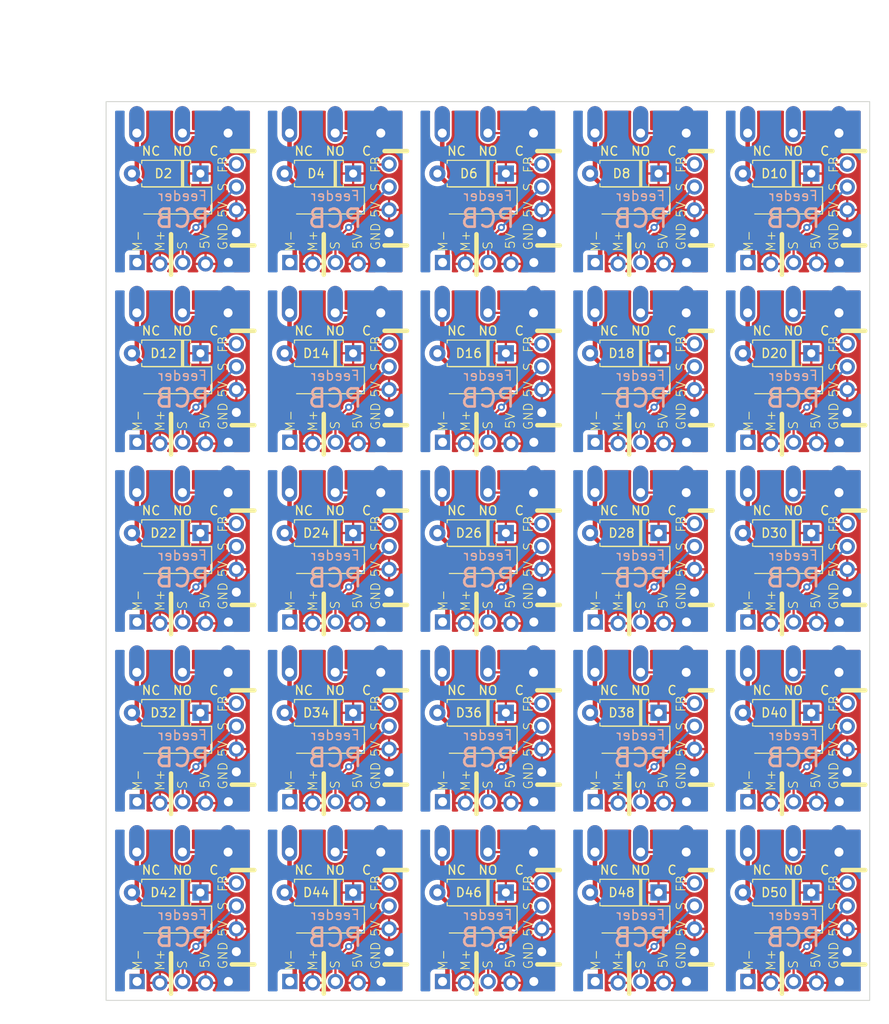
<source format=kicad_pcb>
(kicad_pcb (version 20211014) (generator pcbnew)
  (layers (0 "F.Cu" signal) (31 "B.Cu" signal) (34 "B.Paste" user) (35 "F.Paste" user) (36 "B.SilkS" user "B.Silkscreen") (37 "F.SilkS" user "F.Silkscreen") (38 "B.Mask" user) (39 "F.Mask" user) (44 "Edge.Cuts" user))
  (net 0 "")
  (net 1 "GND")
  (net 2 "+5V")
  (net 3 "/N20-GND")
  (net 4 "/SERVO")
  (net 5 "/FEEDBACK")
  (footprint "Diode_SMD:D_SMA-SMB_Universal_Handsoldering" (layer "F.Cu") (at 163.4 91 180)
    (fp_text reference "D3" hide)
    (fp_text value "1N4001")
  )
  (footprint "Microswitch:Microswitch" (layer "F.Cu") (at 187.08 103.5 -90)
    (fp_text reference "SW8" hide)
    (fp_text value "SW_SPDT")
  )
  (footprint "Diode_THT:D_A-405_P7.62mm_Horizontal" (layer "F.Cu") (at 184 128 180)
    (fp_text reference "D26")
    (fp_text value "1N4001")
  )
  (footprint "PinsClean:PinSocket_1x05_P2.54mm_Vertical_Clean_Locking" (layer "F.Cu") (at 159.95 137.975 90)
    (fp_text reference "J23" hide)
    (fp_text value "Conn_01x05")
  )
  (footprint "Microswitch:Microswitch" (layer "F.Cu") (at 153.08 163.5 -90)
    (fp_text reference "SW21" hide)
    (fp_text value "SW_SPDT")
  )
  (footprint "PinsClean:PinSocket_1x05_P2.54mm_Vertical_Clean_Locking" (layer "F.Cu") (at 193.95 157.975 90)
    (fp_text reference "J37" hide)
    (fp_text value "Conn_01x05")
  )
  (footprint "Diode_THT:D_A-405_P7.62mm_Horizontal" (layer "F.Cu") (at 167 88 180)
    (fp_text reference "D4")
    (fp_text value "1N4001")
  )
  (footprint "Microswitch:Microswitch" (layer "F.Cu") (at 204.08 163.5 -90)
    (fp_text reference "SW24" hide)
    (fp_text value "SW_SPDT")
  )
  (footprint "PinsClean:PinSocket_1x04_P2.54mm_Vertical_Clean" (layer "F.Cu") (at 205 94.58 180)
    (fp_text reference "J8" hide)
    (fp_text value "Conn_01x04")
  )
  (footprint "Diode_SMD:D_SMA-SMB_Universal_Handsoldering" (layer "F.Cu") (at 180.4 91 180)
    (fp_text reference "D5" hide)
    (fp_text value "1N4001")
  )
  (footprint "Diode_SMD:D_SMA-SMB_Universal_Handsoldering" (layer "F.Cu") (at 146.4 111 180)
    (fp_text reference "D11" hide)
    (fp_text value "1N4001")
  )
  (footprint "Diode_SMD:D_SMA-SMB_Universal_Handsoldering" (layer "F.Cu") (at 197.4 131 180)
    (fp_text reference "D27" hide)
    (fp_text value "1N4001")
  )
  (footprint "PinsClean:PinSocket_1x05_P2.54mm_Vertical_Clean_Locking" (layer "F.Cu") (at 210.95 117.975 90)
    (fp_text reference "J19" hide)
    (fp_text value "Conn_01x05")
  )
  (footprint "PinsClean:PinSocket_1x04_P2.54mm_Vertical_Clean" (layer "F.Cu") (at 188 94.58 180)
    (fp_text reference "J6" hide)
    (fp_text value "Conn_01x04")
  )
  (footprint "Microswitch:Microswitch" (layer "F.Cu") (at 170.08 163.5 -90)
    (fp_text reference "SW22" hide)
    (fp_text value "SW_SPDT")
  )
  (footprint "PinsClean:PinSocket_1x05_P2.54mm_Vertical_Clean_Locking" (layer "F.Cu") (at 176.95 177.975 90)
    (fp_text reference "J45" hide)
    (fp_text value "Conn_01x05")
  )
  (footprint "PinsClean:PinSocket_1x04_P2.54mm_Vertical_Clean" (layer "F.Cu") (at 154 174.58 180)
    (fp_text reference "J42" hide)
    (fp_text value "Conn_01x04")
  )
  (footprint "Diode_SMD:D_SMA-SMB_Universal_Handsoldering" (layer "F.Cu") (at 197.4 111 180)
    (fp_text reference "D17" hide)
    (fp_text value "1N4001")
  )
  (footprint "PinsClean:PinSocket_1x05_P2.54mm_Vertical_Clean_Locking" (layer "F.Cu") (at 142.95 117.975 90)
    (fp_text reference "J11" hide)
    (fp_text value "Conn_01x05")
  )
  (footprint "Diode_SMD:D_SMA-SMB_Universal_Handsoldering" (layer "F.Cu") (at 163.4 171 180)
    (fp_text reference "D43" hide)
    (fp_text value "1N4001")
  )
  (footprint "PinsClean:PinSocket_1x05_P2.54mm_Vertical_Clean_Locking" (layer "F.Cu") (at 159.95 157.975 90)
    (fp_text reference "J33" hide)
    (fp_text value "Conn_01x05")
  )
  (footprint "PinsClean:PinSocket_1x04_P2.54mm_Vertical_Clean" (layer "F.Cu") (at 154 134.58 180)
    (fp_text reference "J22" hide)
    (fp_text value "Conn_01x04")
  )
  (footprint "Microswitch:Microswitch" (layer "F.Cu") (at 170.08 83.5 -90)
    (fp_text reference "SW2" hide)
    (fp_text value "SW_SPDT")
  )
  (footprint "Diode_SMD:D_SMA-SMB_Universal_Handsoldering" (layer "F.Cu") (at 180.4 111 180)
    (fp_text reference "D15" hide)
    (fp_text value "1N4001")
  )
  (footprint "PinsClean:PinSocket_1x05_P2.54mm_Vertical_Clean_Locking" (layer "F.Cu") (at 210.95 157.975 90)
    (fp_text reference "J39" hide)
    (fp_text value "Conn_01x05")
  )
  (footprint "Diode_THT:D_A-405_P7.62mm_Horizontal" (layer "F.Cu") (at 167 108 180)
    (fp_text reference "D14")
    (fp_text value "1N4001")
  )
  (footprint "Microswitch:Microswitch" (layer "F.Cu") (at 204.08 143.5 -90)
    (fp_text reference "SW19" hide)
    (fp_text value "SW_SPDT")
  )
  (footprint "PinsClean:PinSocket_1x05_P2.54mm_Vertical_Clean_Locking" (layer "F.Cu") (at 210.95 97.975 90)
    (fp_text reference "J9" hide)
    (fp_text value "Conn_01x05")
  )
  (footprint "PinsClean:PinSocket_1x04_P2.54mm_Vertical_Clean" (layer "F.Cu") (at 205 174.58 180)
    (fp_text reference "J48" hide)
    (fp_text value "Conn_01x04")
  )
  (footprint "Diode_THT:D_A-405_P7.62mm_Horizontal" (layer "F.Cu") (at 184 108 180)
    (fp_text reference "D16")
    (fp_text value "1N4001")
  )
  (footprint "PinsClean:PinSocket_1x04_P2.54mm_Vertical_Clean" (layer "F.Cu") (at 188 114.58 180)
    (fp_text reference "J16" hide)
    (fp_text value "Conn_01x04")
  )
  (footprint "PinsClean:PinSocket_1x05_P2.54mm_Vertical_Clean_Locking" (layer "F.Cu") (at 176.95 157.975 90)
    (fp_text reference "J35" hide)
    (fp_text value "Conn_01x05")
  )
  (footprint "PinsClean:PinSocket_1x04_P2.54mm_Vertical_Clean" (layer "F.Cu") (at 171 94.58 180)
    (fp_text reference "J5" hide)
    (fp_text value "Conn_01x04")
  )
  (footprint "PinsClean:PinSocket_1x04_P2.54mm_Vertical_Clean" (layer "F.Cu") (at 171 134.58 180)
    (fp_text reference "J24" hide)
    (fp_text value "Conn_01x04")
  )
  (footprint "Diode_THT:D_A-405_P7.62mm_Horizontal" (layer "F.Cu") (at 150 148 180)
    (fp_text reference "D32")
    (fp_text value "1N4001")
  )
  (footprint "Diode_THT:D_A-405_P7.62mm_Horizontal" (layer "F.Cu") (at 167 128 180)
    (fp_text reference "D24")
    (fp_text value "1N4001")
  )
  (footprint "PinsClean:PinSocket_1x04_P2.54mm_Vertical_Clean" (layer "F.Cu") (at 222 94.58 180)
    (fp_text reference "J10" hide)
    (fp_text value "Conn_01x04")
  )
  (footprint "Diode_THT:D_A-405_P7.62mm_Horizontal" (layer "F.Cu") (at 184 168 180)
    (fp_text reference "D46")
    (fp_text value "1N4001")
  )
  (footprint "Diode_SMD:D_SMA-SMB_Universal_Handsoldering" (layer "F.Cu") (at 197.4 151 180)
    (fp_text reference "D37" hide)
    (fp_text value "1N4001")
  )
  (footprint "PinsClean:PinSocket_1x04_P2.54mm_Vertical_Clean" (layer "F.Cu") (at 222 114.58 180)
    (fp_text reference "J20" hide)
    (fp_text value "Conn_01x04")
  )
  (footprint "Diode_THT:D_A-405_P7.62mm_Horizontal" (layer "F.Cu") (at 150 88 180)
    (fp_text reference "D2")
    (fp_text value "1N4001")
  )
  (footprint "Microswitch:Microswitch" (layer "F.Cu") (at 153.08 143.5 -90)
    (fp_text reference "SW16" hide)
    (fp_text value "SW_SPDT")
  )
  (footprint "PinsClean:PinSocket_1x04_P2.54mm_Vertical_Clean" (layer "F.Cu") (at 188 154.58 180)
    (fp_text reference "J36" hide)
    (fp_text value "Conn_01x04")
  )
  (footprint "Diode_THT:D_A-405_P7.62mm_Horizontal" (layer "F.Cu") (at 218 88 180)
    (fp_text reference "D10")
    (fp_text value "1N4001")
  )
  (footprint "PinsClean:PinSocket_1x04_P2.54mm_Vertical_Clean" (layer "F.Cu") (at 222 134.58 180)
    (fp_text reference "J30" hide)
    (fp_text value "Conn_01x04")
  )
  (footprint "Diode_SMD:D_SMA-SMB_Universal_Handsoldering" (layer "F.Cu") (at 214.4 131 180)
    (fp_text reference "D29" hide)
    (fp_text value "1N4001")
  )
  (footprint "Microswitch:Microswitch" (layer "F.Cu") (at 204.08 123.5 -90)
    (fp_text reference "SW14" hide)
    (fp_text value "SW_SPDT")
  )
  (footprint "Diode_THT:D_A-405_P7.62mm_Horizontal" (layer "F.Cu") (at 201 168 180)
    (fp_text reference "D48")
    (fp_text value "1N4001")
  )
  (footprint "PinsClean:PinSocket_1x04_P2.54mm_Vertical_Clean" (layer "F.Cu") (at 222 154.58 180)
    (fp_text reference "J40" hide)
    (fp_text value "Conn_01x04")
  )
  (footprint "PinsClean:PinSocket_1x05_P2.54mm_Vertical_Clean_Locking" (layer "F.Cu") (at 159.95 177.975 90)
    (fp_text reference "J43" hide)
    (fp_text value "Conn_01x05")
  )
  (footprint "Diode_SMD:D_SMA-SMB_Universal_Handsoldering" (layer "F.Cu") (at 214.4 111 180)
    (fp_text reference "D19" hide)
    (fp_text value "1N4001")
  )
  (footprint "Diode_SMD:D_SMA-SMB_Universal_Handsoldering" (layer "F.Cu") (at 180.4 171 180)
    (fp_text reference "D45" hide)
    (fp_text value "1N4001")
  )
  (footprint "Diode_THT:D_A-405_P7.62mm_Horizontal" (layer "F.Cu") (at 167 148 180)
    (fp_text reference "D34")
    (fp_text value "1N4001")
  )
  (footprint "PinsClean:PinSocket_1x04_P2.54mm_Vertical_Clean" (layer "F.Cu") (at 188 174.58 180)
    (fp_text reference "J46" hide)
    (fp_text value "Conn_01x04")
  )
  (footprint "PinsClean:PinSocket_1x05_P2.54mm_Vertical_Clean_Locking" (layer "F.Cu") (at 210.95 137.975 90)
    (fp_text reference "J29" hide)
    (fp_text value "Conn_01x05")
  )
  (footprint "Diode_THT:D_A-405_P7.62mm_Horizontal" (layer "F.Cu") (at 218 148 180)
    (fp_text reference "D40")
    (fp_text value "1N4001")
  )
  (footprint "Diode_SMD:D_SMA-SMB_Universal_Handsoldering" (layer "F.Cu") (at 146.4 151 180)
    (fp_text reference "D31" hide)
    (fp_text value "1N4001")
  )
  (footprint "Diode_THT:D_A-405_P7.62mm_Horizontal" (layer "F.Cu") (at 218 108 180)
    (fp_text reference "D20")
    (fp_text value "1N4001")
  )
  (footprint "Diode_SMD:D_SMA-SMB_Universal_Handsoldering" (layer "F.Cu") (at 197.4 91 180)
    (fp_text reference "D7" hide)
    (fp_text value "1N4001")
  )
  (footprint "Microswitch:Microswitch" (layer "F.Cu") (at 221.08 103.5 -90)
    (fp_text reference "SW10" hide)
    (fp_text value "SW_SPDT")
  )
  (footprint "Diode_THT:D_A-405_P7.62mm_Horizontal" (layer "F.Cu") (at 201 128 180)
    (fp_text reference "D28")
    (fp_text value "1N4001")
  )
  (footprint "Microswitch:Microswitch" (layer "F.Cu") (at 153.08 103.5 -90)
    (fp_text reference "SW6" hide)
    (fp_text value "SW_SPDT")
  )
  (footprint "Microswitch:Microswitch" (layer "F.Cu") (at 221.08 163.5 -90)
    (fp_text reference "SW25" hide)
    (fp_text value "SW_SPDT")
  )
  (footprint "Microswitch:Microswitch" (layer "F.Cu") (at 153.08 83.5 -90)
    (fp_text reference "SW1" hide)
    (fp_text value "SW_SPDT")
  )
  (footprint "Diode_SMD:D_SMA-SMB_Universal_Handsoldering" (layer "F.Cu") (at 197.4 171 180)
    (fp_text reference "D47" hide)
    (fp_text value "1N4001")
  )
  (footprint "Microswitch:Microswitch" (layer "F.Cu") (at 187.08 83.5 -90)
    (fp_text reference "SW3" hide)
    (fp_text value "SW_SPDT")
  )
  (footprint "PinsClean:PinSocket_1x04_P2.54mm_Vertical_Clean" (layer "F.Cu") (at 154 94.58 180)
    (fp_text reference "J4" hide)
    (fp_text value "Conn_01x04")
  )
  (footprint "Microswitch:Microswitch" (layer "F.Cu") (at 170.08 143.5 -90)
    (fp_text reference "SW17" hide)
    (fp_text value "SW_SPDT")
  )
  (footprint "Microswitch:Microswitch" (layer "F.Cu") (at 221.08 123.5 -90)
    (fp_text reference "SW15" hide)
    (fp_text value "SW_SPDT")
  )
  (footprint "Microswitch:Microswitch" (layer "F.Cu") (at 221.08 143.5 -90)
    (fp_text reference "SW20" hide)
    (fp_text value "SW_SPDT")
  )
  (footprint "Diode_SMD:D_SMA-SMB_Universal_Handsoldering" (layer "F.Cu") (at 146.4 91 180)
    (fp_text reference "D1" hide)
    (fp_text value "1N4001")
  )
  (footprint "Diode_SMD:D_SMA-SMB_Universal_Handsoldering" (layer "F.Cu") (at 146.4 131 180)
    (fp_text reference "D21" hide)
    (fp_text value "1N4001")
  )
  (footprint "Diode_SMD:D_SMA-SMB_Universal_Handsoldering" (layer "F.Cu") (at 163.4 131 180)
    (fp_text reference "D23" hide)
    (fp_text value "1N4001")
  )
  (footprint "Microswitch:Microswitch" (layer "F.Cu") (at 204.08 83.5 -90)
    (fp_text reference "SW4" hide)
    (fp_text value "SW_SPDT")
  )
  (footprint "Diode_THT:D_A-405_P7.62mm_Horizontal" (layer "F.Cu") (at 150 168 180)
    (fp_text reference "D42")
    (fp_text value "1N4001")
  )
  (footprint "Diode_SMD:D_SMA-SMB_Universal_Handsoldering" (layer "F.Cu") (at 163.4 111 180)
    (fp_text reference "D13" hide)
    (fp_text value "1N4001")
  )
  (footprint "Diode_THT:D_A-405_P7.62mm_Horizontal" (layer "F.Cu") (at 184 148 180)
    (fp_text reference "D36")
    (fp_text value "1N4001")
  )
  (footprint "Diode_THT:D_A-405_P7.62mm_Horizontal" (layer "F.Cu") (at 218 128 180)
    (fp_text reference "D30")
    (fp_text value "1N4001")
  )
  (footprint "PinsClean:PinSocket_1x05_P2.54mm_Vertical_Clean_Locking" (layer "F.Cu") (at 159.95 97.975 90)
    (fp_text reference "J2" hide)
    (fp_text value "Conn_01x05")
  )
  (footprint "PinsClean:PinSocket_1x05_P2.54mm_Vertical_Clean_Locking" (layer "F.Cu") (at 210.95 177.975 90)
    (fp_text reference "J49" hide)
    (fp_text value "Conn_01x05")
  )
  (footprint "Diode_THT:D_A-405_P7.62mm_Horizontal" (layer "F.Cu") (at 201 148 180)
    (fp_text reference "D38")
    (fp_text value "1N4001")
  )
  (footprint "Microswitch:Microswitch" (layer "F.Cu") (at 170.08 103.5 -90)
    (fp_text reference "SW7" hide)
    (fp_text value "SW_SPDT")
  )
  (footprint "PinsClean:PinSocket_1x04_P2.54mm_Vertical_Clean" (layer "F.Cu") (at 205 154.58 180)
    (fp_text reference "J38" hide)
    (fp_text value "Conn_01x04")
  )
  (footprint "Diode_THT:D_A-405_P7.62mm_Horizontal" (layer "F.Cu") (at 201 88 180)
    (fp_text reference "D8")
    (fp_text value "1N4001")
  )
  (footprint "PinsClean:PinSocket_1x05_P2.54mm_Vertical_Clean_Locking" (layer "F.Cu") (at 193.95 177.975 90)
    (fp_text reference "J47" hide)
    (fp_text value "Conn_01x05")
  )
  (footprint "Microswitch:Microswitch" (layer "F.Cu") (at 221.08 83.5 -90)
    (fp_text reference "SW5" hide)
    (fp_text value "SW_SPDT")
  )
  (footprint "Diode_SMD:D_SMA-SMB_Universal_Handsoldering" (layer "F.Cu") (at 146.4 171 180)
    (fp_text reference "D41" hide)
    (fp_text value "1N4001")
  )
  (footprint "Diode_SMD:D_SMA-SMB_Universal_Handsoldering" (layer "F.Cu") (at 214.4 171 180)
    (fp_text reference "D49" hide)
    (fp_text value "1N4001")
  )
  (footprint "PinsClean:PinSocket_1x05_P2.54mm_Vertical_Clean_Locking" (layer "F.Cu") (at 159.95 117.975 90)
    (fp_text reference "J13" hide)
    (fp_text value "Conn_01x05")
  )
  (footprint "PinsClean:PinSocket_1x05_P2.54mm_Vertical_Clean_Locking" (layer "F.Cu") (at 193.95 137.975 90)
    (fp_text reference "J27" hide)
    (fp_text value "Conn_01x05")
  )
  (footprint "Diode_THT:D_A-405_P7.62mm_Horizontal" (layer "F.Cu") (at 184 88 180)
    (fp_text reference "D6")
    (fp_text value "1N4001")
  )
  (footprint "PinsClean:PinSocket_1x05_P2.54mm_Vertical_Clean_Locking" (layer "F.Cu") (at 176.95 117.975 90)
    (fp_text reference "J15" hide)
    (fp_text value "Conn_01x05")
  )
  (footprint "Diode_SMD:D_SMA-SMB_Universal_Handsoldering" (layer "F.Cu") (at 180.4 131 180)
    (fp_text reference "D25" hide)
    (fp_text value "1N4001")
  )
  (footprint "Microswitch:Microswitch" (layer "F.Cu") (at 204.08 103.5 -90)
    (fp_text reference "SW9" hide)
    (fp_text value "SW_SPDT")
  )
  (footprint "Microswitch:Microswitch" (layer "F.Cu") (at 153.08 123.5 -90)
    (fp_text reference "SW11" hide)
    (fp_text value "SW_SPDT")
  )
  (footprint "PinsClean:PinSocket_1x05_P2.54mm_Vertical_Clean_Locking" (layer "F.Cu") (at 142.95 97.975 90)
    (fp_text reference "J1" hide)
    (fp_text value "Conn_01x05")
  )
  (footprint "Diode_THT:D_A-405_P7.62mm_Horizontal" (layer "F.Cu") (at 167 168 180)
    (fp_text reference "D44")
    (fp_text value "1N4001")
  )
  (footprint "PinsClean:PinSocket_1x04_P2.54mm_Vertical_Clean" (layer "F.Cu") (at 171 174.58 180)
    (fp_text reference "J44" hide)
    (fp_text value "Conn_01x04")
  )
  (footprint "PinsClean:PinSocket_1x05_P2.54mm_Vertical_Clean_Locking" (layer "F.Cu") (at 193.95 97.975 90)
    (fp_text reference "J7" hide)
    (fp_text value "Conn_01x05")
  )
  (footprint "PinsClean:PinSocket_1x04_P2.54mm_Vertical_Clean" (layer "F.Cu") (at 154 154.58 180)
    (fp_text reference "J32" hide)
    (fp_text value "Conn_01x04")
  )
  (footprint "PinsClean:PinSocket_1x04_P2.54mm_Vertical_Clean" (layer "F.Cu") (at 171 154.58 180)
    (fp_text reference "J34" hide)
    (fp_text value "Conn_01x04")
  )
  (footprint "Diode_THT:D_A-405_P7.62mm_Horizontal" (layer "F.Cu") (at 201 108 180)
    (fp_text reference "D18")
    (fp_text value "1N4001")
  )
  (footprint "PinsClean:PinSocket_1x04_P2.54mm_Vertical_Clean" (layer "F.Cu") (at 205 114.58 180)
    (fp_text reference "J18" hide)
    (fp_text value "Conn_01x04")
  )
  (footprint "Diode_THT:D_A-405_P7.62mm_Horizontal" (layer "F.Cu") (at 218 168 180)
    (fp_text reference "D50")
    (fp_text value "1N4001")
  )
  (footprint "PinsClean:PinSocket_1x05_P2.54mm_Vertical_Clean_Locking" (layer "F.Cu") (at 176.95 137.975 90)
    (fp_text reference "J25" hide)
    (fp_text value "Conn_01x05")
  )
  (footprint "Microswitch:Microswitch" (layer "F.Cu") (at 187.08 143.5 -90)
    (fp_text reference "SW18" hide)
    (fp_text value "SW_SPDT")
  )
  (footprint "PinsClean:PinSocket_1x04_P2.54mm_Vertical_Clean" (layer "F.Cu") (at 154 114.58 180)
    (fp_text reference "J12" hide)
    (fp_text value "Conn_01x04")
  )
  (footprint "Diode_SMD:D_SMA-SMB_Universal_Handsoldering" (layer "F.Cu") (at 214.4 151 180)
    (fp_text reference "D39" hide)
    (fp_text value "1N4001")
  )
  (footprint "Diode_THT:D_A-405_P7.62mm_Horizontal" (layer "F.Cu") (at 150 128 180)
    (fp_text reference "D22")
    (fp_text value "1N4001")
  )
  (footprint "Diode_SMD:D_SMA-SMB_Universal_Handsoldering" (layer "F.Cu") (at 214.4 91 180)
    (fp_text reference "D9" hide)
    (fp_text value "1N4001")
  )
  (footprint "PinsClean:PinSocket_1x05_P2.54mm_Vertical_Clean_Locking" (layer "F.Cu") (at 142.95 157.975 90)
    (fp_text reference "J31" hide)
    (fp_text value "Conn_01x05")
  )
  (footprint "PinsClean:PinSocket_1x04_P2.54mm_Vertical_Clean" (layer "F.Cu") (at 205 134.58 180)
    (fp_text reference "J28" hide)
    (fp_text value "Conn_01x04")
  )
  (footprint "PinsClean:PinSocket_1x05_P2.54mm_Vertical_Clean_Locking" (layer "F.Cu") (at 142.95 177.975 90)
    (fp_text reference "J41" hide)
    (fp_text value "Conn_01x05")
  )
  (footprint "PinsClean:PinSocket_1x05_P2.54mm_Vertical_Clean_Locking" (layer "F.Cu") (at 176.95 97.975 90)
    (fp_text reference "J3" hide)
    (fp_text value "Conn_01x05")
  )
  (footprint "PinsClean:PinSocket_1x05_P2.54mm_Vertical_Clean_Locking" (layer "F.Cu") (at 142.95 137.975 90)
    (fp_text reference "J21" hide)
    (fp_text value "Conn_01x05")
  )
  (footprint "Diode_SMD:D_SMA-SMB_Universal_Handsoldering" (layer "F.Cu") (at 163.4 151 180)
    (fp_text reference "D33" hide)
    (fp_text value "1N4001")
  )
  (footprint "Microswitch:Microswitch" (layer "F.Cu") (at 187.08 123.5 -90)
    (fp_text reference "SW13" hide)
    (fp_text value "SW_SPDT")
  )
  (footprint "Microswitch:Microswitch" (layer "F.Cu") (at 187.08 163.5 -90)
    (fp_text reference "SW23" hide)
    (fp_text value "SW_SPDT")
  )
  (footprint "Diode_THT:D_A-405_P7.62mm_Horizontal" (layer "F.Cu") (at 150 108 180)
    (fp_text reference "D12")
    (fp_text value "1N4001")
  )
  (footprint "PinsClean:PinSocket_1x05_P2.54mm_Vertical_Clean_Locking" (layer "F.Cu") (at 193.95 117.975 90)
    (fp_text reference "J17" hide)
    (fp_text value "Conn_01x05")
  )
  (footprint "PinsClean:PinSocket_1x04_P2.54mm_Vertical_Clean" (layer "F.Cu") (at 188 134.58 180)
    (fp_text reference "J26" hide)
    (fp_text value "Conn_01x04")
  )
  (footprint "Diode_SMD:D_SMA-SMB_Universal_Handsoldering" (layer "F.Cu") (at 180.4 151 180)
    (fp_text reference "D35" hide)
    (fp_text value "1N4001")
  )
  (footprint "Microswitch:Microswitch" (layer "F.Cu") (at 170.08 123.5 -90)
    (fp_text reference "SW12" hide)
    (fp_text value "SW_SPDT")
  )
  (footprint "PinsClean:PinSocket_1x04_P2.54mm_Vertical_Clean" (layer "F.Cu") (at 171 114.58 180)
    (fp_text reference "J14" hide)
    (fp_text value "Conn_01x04")
  )
  (footprint "PinsClean:PinSocket_1x04_P2.54mm_Vertical_Clean" (layer "F.Cu") (at 222 174.58 180)
    (fp_text reference "J50" hide)
    (fp_text value "Conn_01x04")
  )
  (gr_line (start 146.73 119.25) (end 146.73 114.75) (layer "F.SilkS") (width 0.5))
  (gr_line (start 173 165.5) (end 170.5 165.5) (layer "F.SilkS") (width 0.5))
  (gr_line (start 156 96) (end 153.5 96) (layer "F.SilkS") (width 0.5))
  (gr_line (start 156 145.5) (end 153.5 145.5) (layer "F.SilkS") (width 0.5))
  (gr_line (start 224 136) (end 221.5 136) (layer "F.SilkS") (width 0.5))
  (gr_line (start 146.73 159.25) (end 146.73 154.75) (layer "F.SilkS") (width 0.5))
  (gr_line (start 197.73 159.25) (end 197.73 154.75) (layer "F.SilkS") (width 0.5))
  (gr_line (start 224 125.5) (end 221.5 125.5) (layer "F.SilkS") (width 0.5))
  (gr_line (start 180.73 119.25) (end 180.73 114.75) (layer "F.SilkS") (width 0.5))
  (gr_line (start 190 125.5) (end 187.5 125.5) (layer "F.SilkS") (width 0.5))
  (gr_line (start 214.73 159.25) (end 214.73 154.75) (layer "F.SilkS") (width 0.5))
  (gr_line (start 207 156) (end 204.5 156) (layer "F.SilkS") (width 0.5))
  (gr_line (start 173 125.5) (end 170.5 125.5) (layer "F.SilkS") (width 0.5))
  (gr_line (start 214.73 139.25) (end 214.73 134.75) (layer "F.SilkS") (width 0.5))
  (gr_line (start 173 136) (end 170.5 136) (layer "F.SilkS") (width 0.5))
  (gr_line (start 224 176) (end 221.5 176) (layer "F.SilkS") (width 0.5))
  (gr_line (start 163.73 179.25) (end 163.73 174.75) (layer "F.SilkS") (width 0.5))
  (gr_line (start 224 116) (end 221.5 116) (layer "F.SilkS") (width 0.5))
  (gr_line (start 180.73 139.25) (end 180.73 134.75) (layer "F.SilkS") (width 0.5))
  (gr_line (start 190 105.5) (end 187.5 105.5) (layer "F.SilkS") (width 0.5))
  (gr_line (start 156 85.5) (end 153.5 85.5) (layer "F.SilkS") (width 0.5))
  (gr_line (start 146.73 99.25) (end 146.73 94.75) (layer "F.SilkS") (width 0.5))
  (gr_line (start 224 156) (end 221.5 156) (layer "F.SilkS") (width 0.5))
  (gr_line (start 156 156) (end 153.5 156) (layer "F.SilkS") (width 0.5))
  (gr_line (start 214.73 179.25) (end 214.73 174.75) (layer "F.SilkS") (width 0.5))
  (gr_line (start 190 136) (end 187.5 136) (layer "F.SilkS") (width 0.5))
  (gr_line (start 207 85.5) (end 204.5 85.5) (layer "F.SilkS") (width 0.5))
  (gr_line (start 207 165.5) (end 204.5 165.5) (layer "F.SilkS") (width 0.5))
  (gr_line (start 156 125.5) (end 153.5 125.5) (layer "F.SilkS") (width 0.5))
  (gr_line (start 207 125.5) (end 204.5 125.5) (layer "F.SilkS") (width 0.5))
  (gr_line (start 190 176) (end 187.5 176) (layer "F.SilkS") (width 0.5))
  (gr_line (start 173 105.5) (end 170.5 105.5) (layer "F.SilkS") (width 0.5))
  (gr_line (start 197.73 99.25) (end 197.73 94.75) (layer "F.SilkS") (width 0.5))
  (gr_line (start 146.73 139.25) (end 146.73 134.75) (layer "F.SilkS") (width 0.5))
  (gr_line (start 207 116) (end 204.5 116) (layer "F.SilkS") (width 0.5))
  (gr_line (start 173 156) (end 170.5 156) (layer "F.SilkS") (width 0.5))
  (gr_line (start 146.73 179.25) (end 146.73 174.75) (layer "F.SilkS") (width 0.5))
  (gr_line (start 207 176) (end 204.5 176) (layer "F.SilkS") (width 0.5))
  (gr_line (start 173 176) (end 170.5 176) (layer "F.SilkS") (width 0.5))
  (gr_line (start 156 176) (end 153.5 176) (layer "F.SilkS") (width 0.5))
  (gr_line (start 207 136) (end 204.5 136) (layer "F.SilkS") (width 0.5))
  (gr_line (start 197.73 139.25) (end 197.73 134.75) (layer "F.SilkS") (width 0.5))
  (gr_line (start 173 145.5) (end 170.5 145.5) (layer "F.SilkS") (width 0.5))
  (gr_line (start 163.73 99.25) (end 163.73 94.75) (layer "F.SilkS") (width 0.5))
  (gr_line (start 214.73 119.25) (end 214.73 114.75) (layer "F.SilkS") (width 0.5))
  (gr_line (start 190 116) (end 187.5 116) (layer "F.SilkS") (width 0.5))
  (gr_line (start 163.73 159.25) (end 163.73 154.75) (layer "F.SilkS") (width 0.5))
  (gr_line (start 207 145.5) (end 204.5 145.5) (layer "F.SilkS") (width 0.5))
  (gr_line (start 214.73 99.25) (end 214.73 94.75) (layer "F.SilkS") (width 0.5))
  (gr_line (start 180.73 99.25) (end 180.73 94.75) (layer "F.SilkS") (width 0.5))
  (gr_line (start 197.73 179.25) (end 197.73 174.75) (layer "F.SilkS") (width 0.5))
  (gr_line (start 190 96) (end 187.5 96) (layer "F.SilkS") (width 0.5))
  (gr_line (start 197.73 119.25) (end 197.73 114.75) (layer "F.SilkS") (width 0.5))
  (gr_line (start 156 165.5) (end 153.5 165.5) (layer "F.SilkS") (width 0.5))
  (gr_line (start 190 156) (end 187.5 156) (layer "F.SilkS") (width 0.5))
  (gr_line (start 163.73 139.25) (end 163.73 134.75) (layer "F.SilkS") (width 0.5))
  (gr_line (start 207 96) (end 204.5 96) (layer "F.SilkS") (width 0.5))
  (gr_line (start 173 96) (end 170.5 96) (layer "F.SilkS") (width 0.5))
  (gr_line (start 224 165.5) (end 221.5 165.5) (layer "F.SilkS") (width 0.5))
  (gr_line (start 190 165.5) (end 187.5 165.5) (layer "F.SilkS") (width 0.5))
  (gr_line (start 224 105.5) (end 221.5 105.5) (layer "F.SilkS") (width 0.5))
  (gr_line (start 207 105.5) (end 204.5 105.5) (layer "F.SilkS") (width 0.5))
  (gr_line (start 224 96) (end 221.5 96) (layer "F.SilkS") (width 0.5))
  (gr_line (start 180.73 179.25) (end 180.73 174.75) (layer "F.SilkS") (width 0.5))
  (gr_line (start 173 85.5) (end 170.5 85.5) (layer "F.SilkS") (width 0.5))
  (gr_line (start 224 145.5) (end 221.5 145.5) (layer "F.SilkS") (width 0.5))
  (gr_line (start 180.73 159.25) (end 180.73 154.75) (layer "F.SilkS") (width 0.5))
  (gr_line (start 173 116) (end 170.5 116) (layer "F.SilkS") (width 0.5))
  (gr_line (start 156 116) (end 153.5 116) (layer "F.SilkS") (width 0.5))
  (gr_line (start 224 85.5) (end 221.5 85.5) (layer "F.SilkS") (width 0.5))
  (gr_line (start 190 85.5) (end 187.5 85.5) (layer "F.SilkS") (width 0.5))
  (gr_line (start 163.73 119.25) (end 163.73 114.75) (layer "F.SilkS") (width 0.5))
  (gr_line (start 156 105.5) (end 153.5 105.5) (layer "F.SilkS") (width 0.5))
  (gr_line (start 190 145.5) (end 187.5 145.5) (layer "F.SilkS") (width 0.5))
  (gr_line (start 156 136) (end 153.5 136) (layer "F.SilkS") (width 0.5))
  (gr_rect (start 139.5 80) (end 224.5 180) (layer "Edge.Cuts") (width 0.1) (fill none))
  (gr_text "PCB" (at 216 133) (layer "B.SilkS") (effects (font (size 2 2) (thickness 0.3)) (justify mirror)))
  (gr_text "PCB" (at 199 93) (layer "B.SilkS") (effects (font (size 2 2) (thickness 0.3)) (justify mirror)))
  (gr_text "Feeder" (at 182 90.5) (layer "B.SilkS") (effects (font (size 1.1 1.1)) (justify mirror)))
  (gr_text "Feeder" (at 199 170.5) (layer "B.SilkS") (effects (font (size 1.1 1.1)) (justify mirror)))
  (gr_text "PCB" (at 182 153) (layer "B.SilkS") (effects (font (size 2 2) (thickness 0.3)) (justify mirror)))
  (gr_text "Feeder" (at 216 90.5) (layer "B.SilkS") (effects (font (size 1.1 1.1)) (justify mirror)))
  (gr_text "Feeder" (at 165 170.5) (layer "B.SilkS") (effects (font (size 1.1 1.1)) (justify mirror)))
  (gr_text "PCB" (at 165 133) (layer "B.SilkS") (effects (font (size 2 2) (thickness 0.3)) (justify mirror)))
  (gr_text "PCB" (at 148 113) (layer "B.SilkS") (effects (font (size 2 2) (thickness 0.3)) (justify mirror)))
  (gr_text "Feeder" (at 199 90.5) (layer "B.SilkS") (effects (font (size 1.1 1.1)) (justify mirror)))
  (gr_text "Feeder" (at 216 110.5) (layer "B.SilkS") (effects (font (size 1.1 1.1)) (justify mirror)))
  (gr_text "PCB" (at 182 133) (layer "B.SilkS") (effects (font (size 2 2) (thickness 0.3)) (justify mirror)))
  (gr_text "Feeder" (at 199 130.5) (layer "B.SilkS") (effects (font (size 1.1 1.1)) (justify mirror)))
  (gr_text "PCB" (at 182 173) (layer "B.SilkS") (effects (font (size 2 2) (thickness 0.3)) (justify mirror)))
  (gr_text "PCB" (at 199 173) (layer "B.SilkS") (effects (font (size 2 2) (thickness 0.3)) (justify mirror)))
  (gr_text "PCB" (at 165 93) (layer "B.SilkS") (effects (font (size 2 2) (thickness 0.3)) (justify mirror)))
  (gr_text "Feeder" (at 182 150.5) (layer "B.SilkS") (effects (font (size 1.1 1.1)) (justify mirror)))
  (gr_text "Feeder" (at 165 110.5) (layer "B.SilkS") (effects (font (size 1.1 1.1)) (justify mirror)))
  (gr_text "Feeder" (at 216 150.5) (layer "B.SilkS") (effects (font (size 1.1 1.1)) (justify mirror)))
  (gr_text "Feeder" (at 165 130.5) (layer "B.SilkS") (effects (font (size 1.1 1.1)) (justify mirror)))
  (gr_text "Feeder" (at 216 130.5) (layer "B.SilkS") (effects (font (size 1.1 1.1)) (justify mirror)))
  (gr_text "PCB" (at 182 113) (layer "B.SilkS") (effects (font (size 2 2) (thickness 0.3)) (justify mirror)))
  (gr_text "Feeder" (at 216 170.5) (layer "B.SilkS") (effects (font (size 1.1 1.1)) (justify mirror)))
  (gr_text "PCB" (at 165 173) (layer "B.SilkS") (effects (font (size 2 2) (thickness 0.3)) (justify mirror)))
  (gr_text "Feeder" (at 165 90.5) (layer "B.SilkS") (effects (font (size 1.1 1.1)) (justify mirror)))
  (gr_text "Feeder" (at 148 150.5) (layer "B.SilkS") (effects (font (size 1.1 1.1)) (justify mirror)))
  (gr_text "PCB" (at 148 133) (layer "B.SilkS") (effects (font (size 2 2) (thickness 0.3)) (justify mirror)))
  (gr_text "Feeder" (at 148 90.5) (layer "B.SilkS") (effects (font (size 1.1 1.1)) (justify mirror)))
  (gr_text "Feeder" (at 182 110.5) (layer "B.SilkS") (effects (font (size 1.1 1.1)) (justify mirror)))
  (gr_text "Feeder" (at 165 150.5) (layer "B.SilkS") (effects (font (size 1.1 1.1)) (justify mirror)))
  (gr_text "Feeder" (at 148 170.5) (layer "B.SilkS") (effects (font (size 1.1 1.1)) (justify mirror)))
  (gr_text "Feeder" (at 148 130.5) (layer "B.SilkS") (effects (font (size 1.1 1.1)) (justify mirror)))
  (gr_text "Feeder" (at 199 110.5) (layer "B.SilkS") (effects (font (size 1.1 1.1)) (justify mirror)))
  (gr_text "Feeder" (at 182 130.5) (layer "B.SilkS") (effects (font (size 1.1 1.1)) (justify mirror)))
  (gr_text "PCB" (at 165 153) (layer "B.SilkS") (effects (font (size 2 2) (thickness 0.3)) (justify mirror)))
  (gr_text "PCB" (at 182 93) (layer "B.SilkS") (effects (font (size 2 2) (thickness 0.3)) (justify mirror)))
  (gr_text "Feeder" (at 148 110.5) (layer "B.SilkS") (effects (font (size 1.1 1.1)) (justify mirror)))
  (gr_text "PCB" (at 148 153) (layer "B.SilkS") (effects (font (size 2 2) (thickness 0.3)) (justify mirror)))
  (gr_text "PCB" (at 216 173) (layer "B.SilkS") (effects (font (size 2 2) (thickness 0.3)) (justify mirror)))
  (gr_text "Feeder" (at 182 170.5) (layer "B.SilkS") (effects (font (size 1.1 1.1)) (justify mirror)))
  (gr_text "PCB" (at 199 133) (layer "B.SilkS") (effects (font (size 2 2) (thickness 0.3)) (justify mirror)))
  (gr_text "PCB" (at 216 113) (layer "B.SilkS") (effects (font (size 2 2) (thickness 0.3)) (justify mirror)))
  (gr_text "PCB" (at 216 93) (layer "B.SilkS") (effects (font (size 2 2) (thickness 0.3)) (justify mirror)))
  (gr_text "PCB" (at 148 93) (layer "B.SilkS") (effects (font (size 2 2) (thickness 0.3)) (justify mirror)))
  (gr_text "PCB" (at 148 173) (layer "B.SilkS") (effects (font (size 2 2) (thickness 0.3)) (justify mirror)))
  (gr_text "PCB" (at 199 113) (layer "B.SilkS") (effects (font (size 2 2) (thickness 0.3)) (justify mirror)))
  (gr_text "Feeder" (at 199 150.5) (layer "B.SilkS") (effects (font (size 1.1 1.1)) (justify mirror)))
  (gr_text "PCB" (at 165 113) (layer "B.SilkS") (effects (font (size 2 2) (thickness 0.3)) (justify mirror)))
  (gr_text "PCB" (at 199 153) (layer "B.SilkS") (effects (font (size 2 2) (thickness 0.3)) (justify mirror)))
  (gr_text "PCB" (at 216 153) (layer "B.SilkS") (effects (font (size 2 2) (thickness 0.3)) (justify mirror)))
  (gr_text "S" (at 169.5 169.5 90) (layer "F.SilkS") (effects (font (size 1 1) (thickness 0.1))))
  (gr_text "GND" (at 152.5 135 90) (layer "F.SilkS") (effects (font (size 1 1) (thickness 0.1))))
  (gr_text "S" (at 199 156 90) (layer "F.SilkS") (effects (font (size 1 1) (thickness 0.1))))
  (gr_text "M+" (at 196.5 135.5 90) (layer "F.SilkS") (effects (font (size 1 1) (thickness 0.1))))
  (gr_text "S" (at 148 136 90) (layer "F.SilkS") (effects (font (size 1 1) (thickness 0.1))))
  (gr_text "5V" (at 150.5 95.5 90) (layer "F.SilkS") (effects (font (size 1 1) (thickness 0.1))))
  (gr_text "M-" (at 160 115.5 90) (layer "F.SilkS") (effects (font (size 1 1) (thickness 0.1))))
  (gr_text "5V" (at 184.5 175.5 90) (layer "F.SilkS") (effects (font (size 1 1) (thickness 0.1))))
  (gr_text "M+" (at 145.5 155.5 90) (layer "F.SilkS") (effects (font (size 1 1) (thickness 0.1))))
  (gr_text "M-" (at 211 175.5 90) (layer "F.SilkS") (effects (font (size 1 1) (thickness 0.1))))
  (gr_text "S" (at 216 96 90) (layer "F.SilkS") (effects (font (size 1 1) (thickness 0.1))))
  (gr_text "5V" (at 186.5 112 90) (layer "F.SilkS") (effects (font (size 1 1) (thickness 0.1))))
  (gr_text "S" (at 220.5 169.5 90) (layer "F.SilkS") (effects (font (size 1 1) (thickness 0.1))))
  (gr_text "5V" (at 152.5 112 90) (layer "F.SilkS") (effects (font (size 1 1) (thickness 0.1))))
  (gr_text "5V" (at 203.5 152 90) (layer "F.SilkS") (effects (font (size 1 1) (thickness 0.1))))
  (gr_text "GND" (at 152.5 175 90) (layer "F.SilkS") (effects (font (size 1 1) (thickness 0.1))))
  (gr_text "M+" (at 179.5 155.5 90) (layer "F.SilkS") (effects (font (size 1 1) (thickness 0.1))))
  (gr_text "5V" (at 169.5 112 90) (layer "F.SilkS") (effects (font (size 1 1) (thickness 0.1))))
  (gr_text "5V" (at 150.5 115.5 90) (layer "F.SilkS") (effects (font (size 1 1) (thickness 0.1))))
  (gr_text "5V" (at 218.5 95.5 90) (layer "F.SilkS") (effects (font (size 1 1) (thickness 0.1))))
  (gr_text "5V" (at 220.5 152 90) (layer "F.SilkS") (effects (font (size 1 1) (thickness 0.1))))
  (gr_text "5V" (at 186.5 152 90) (layer "F.SilkS") (effects (font (size 1 1) (thickness 0.1))))
  (gr_text "5V" (at 203.5 92 90) (layer "F.SilkS") (effects (font (size 1 1) (thickness 0.1))))
  (gr_text "5V" (at 220.5 132 90) (layer "F.SilkS") (effects (font (size 1 1) (thickness 0.1))))
  (gr_text "FB" (at 220.5 147 90) (layer "F.SilkS") (effects (font (size 1 1) (thickness 0.1))))
  (gr_text "GND" (at 169.5 115 90) (layer "F.SilkS") (effects (font (size 1 1) (thickness 0.1))))
  (gr_text "S" (at 199 116 90) (layer "F.SilkS") (effects (font (size 1 1) (thickness 0.1))))
  (gr_text "S" (at 165 96 90) (layer "F.SilkS") (effects (font (size 1 1) (thickness 0.1))))
  (gr_text "M+" (at 162.5 155.5 90) (layer "F.SilkS") (effects (font (size 1 1) (thickness 0.1))))
  (gr_text "GND" (at 203.5 115 90) (layer "F.SilkS") (effects (font (size 1 1) (thickness 0.1))))
  (gr_text "M+" (at 196.5 115.5 90) (layer "F.SilkS") (effects (font (size 1 1) (thickness 0.1))))
  (gr_text "M-" (at 143 135.5 90) (layer "F.SilkS") (effects (font (size 1 1) (thickness 0.1))))
  (gr_text "GND" (at 169.5 135 90) (layer "F.SilkS") (effects (font (size 1 1) (thickness 0.1))))
  (gr_text "S" (at 148 96 90) (layer "F.SilkS") (effects (font (size 1 1) (thickness 0.1))))
  (gr_text "GND" (at 186.5 175 90) (layer "F.SilkS") (effects (font (size 1 1) (thickness 0.1))))
  (gr_text "5V" (at 220.5 172 90) (layer "F.SilkS") (effects (font (size 1 1) (thickness 0.1))))
  (gr_text "S" (at 220.5 129.5 90) (layer "F.SilkS") (effects (font (size 1 1) (thickness 0.1))))
  (gr_text "GND" (at 220.5 135 90) (layer "F.SilkS") (effects (font (size 1 1) (thickness 0.1))))
  (gr_text "FB" (at 220.5 87 90) (layer "F.SilkS") (effects (font (size 1 1) (thickness 0.1))))
  (gr_text "S" (at 186.5 109.5 90) (layer "F.SilkS") (effects (font (size 1 1) (thickness 0.1))))
  (gr_text "S" (at 165 176 90) (layer "F.SilkS") (effects (font (size 1 1) (thickness 0.1))))
  (gr_text "GND" (at 203.5 95 90) (layer "F.SilkS") (effects (font (size 1 1) (thickness 0.1))))
  (gr_text "S" (at 186.5 89.5 90) (layer "F.SilkS") (effects (font (size 1 1) (thickness 0.1))))
  (gr_text "5V" (at 167.5 135.5 90) (layer "F.SilkS") (effects (font (size 1 1) (thickness 0.1))))
  (gr_text "GND" (at 220.5 115 90) (layer "F.SilkS") (effects (font (size 1 1) (thickness 0.1))))
  (gr_text "S" (at 216 176 90) (layer "F.SilkS") (effects (font (size 1 1) (thickness 0.1))))
  (gr_text "S" (at 182 96 90) (layer "F.SilkS") (effects (font (size 1 1) (thickness 0.1))))
  (gr_text "M-" (at 177 135.5 90) (layer "F.SilkS") (effects (font (size 1 1) (thickness 0.1))))
  (gr_text "S" (at 216 116 90) (layer "F.SilkS") (effects (font (size 1 1) (thickness 0.1))))
  (gr_text "5V" (at 186.5 172 90) (layer "F.SilkS") (effects (font (size 1 1) (thickness 0.1))))
  (gr_text "5V" (at 184.5 95.5 90) (layer "F.SilkS") (effects (font (size 1 1) (thickness 0.1))))
  (gr_text "GND" (at 186.5 95 90) (layer "F.SilkS") (effects (font (size 1 1) (thickness 0.1))))
  (gr_text "S" (at 152.5 149.5 90) (layer "F.SilkS") (effects (font (size 1 1) (thickness 0.1))))
  (gr_text "M+" (at 162.5 135.5 90) (layer "F.SilkS") (effects (font (size 1 1) (thickness 0.1))))
  (gr_text "5V" (at 218.5 135.5 90) (layer "F.SilkS") (effects (font (size 1 1) (thickness 0.1))))
  (gr_text "S" (at 220.5 89.5 90) (layer "F.SilkS") (effects (font (size 1 1) (thickness 0.1))))
  (gr_text "FB" (at 203.5 147 90) (layer "F.SilkS") (effects (font (size 1 1) (thickness 0.1))))
  (gr_text "M-" (at 211 95.5 90) (layer "F.SilkS") (effects (font (size 1 1) (thickness 0.1))))
  (gr_text "S" (at 152.5 129.5 90) (layer "F.SilkS") (effects (font (size 1 1) (thickness 0.1))))
  (gr_text "M-" (at 160 95.5 90) (layer "F.SilkS") (effects (font (size 1 1) (thickness 0.1))))
  (gr_text "5V" (at 152.5 92 90) (layer "F.SilkS") (effects (font (size 1 1) (thickness 0.1))))
  (gr_text "FB" (at 152.5 87 90) (layer "F.SilkS") (effects (font (size 1 1) (thickness 0.1))))
  (gr_text "5V" (at 150.5 135.5 90) (layer "F.SilkS") (effects (font (size 1 1) (thickness 0.1))))
  (gr_text "5V" (at 152.5 172 90) (layer "F.SilkS") (effects (font (size 1 1) (thickness 0.1))))
  (gr_text "FB" (at 186.5 107 90) (layer "F.SilkS") (effects (font (size 1 1) (thickness 0.1))))
  (gr_text "GND" (at 186.5 135 90) (layer "F.SilkS") (effects (font (size 1 1) (thickness 0.1))))
  (gr_text "S" (at 220.5 109.5 90) (layer "F.SilkS") (effects (font (size 1 1) (thickness 0.1))))
  (gr_text "M-" (at 177 115.5 90) (layer "F.SilkS") (effects (font (size 1 1) (thickness 0.1))))
  (gr_text "M+" (at 162.5 115.5 90) (layer "F.SilkS") (effects (font (size 1 1) (thickness 0.1))))
  (gr_text "5V" (at 167.5 115.5 90) (layer "F.SilkS") (effects (font (size 1 1) (thickness 0.1))))
  (gr_text "S" (at 152.5 89.5 90) (layer "F.SilkS") (effects (font (size 1 1) (thickness 0.1))))
  (gr_text "GND" (at 152.5 95 90) (layer "F.SilkS") (effects (font (size 1 1) (thickness 0.1))))
  (gr_text "S" (at 182 116 90) (layer "F.SilkS") (effects (font (size 1 1) (thickness 0.1))))
  (gr_text "FB" (at 169.5 107 90) (layer "F.SilkS") (effects (font (size 1 1) (thickness 0.1))))
  (gr_text "5V" (at 169.5 172 90) (layer "F.SilkS") (effects (font (size 1 1) (thickness 0.1))))
  (gr_text "FB" (at 203.5 87 90) (layer "F.SilkS") (effects (font (size 1 1) (thickness 0.1))))
  (gr_text "FB" (at 169.5 167 90) (layer "F.SilkS") (effects (font (size 1 1) (thickness 0.1))))
  (gr_text "5V" (at 220.5 92 90) (layer "F.SilkS") (effects (font (size 1 1) (thickness 0.1))))
  (gr_text "5V" (at 218.5 155.5 90) (layer "F.SilkS") (effects (font (size 1 1) (thickness 0.1))))
  (gr_text "GND" (at 169.5 95 90) (layer "F.SilkS") (effects (font (size 1 1) (thickness 0.1))))
  (gr_text "GND" (at 152.5 115 90) (layer "F.SilkS") (effects (font (size 1 1) (thickness 0.1))))
  (gr_text "5V" (at 203.5 132 90) (layer "F.SilkS") (effects (font (size 1 1) (thickness 0.1))))
  (gr_text "M+" (at 179.5 95.5 90) (layer "F.SilkS") (effects (font (size 1 1) (thickness 0.1))))
  (gr_text "GND" (at 169.5 155 90) (layer "F.SilkS") (effects (font (size 1 1) (thickness 0.1))))
  (gr_text "FB" (at 203.5 107 90) (layer "F.SilkS") (effects (font (size 1 1) (thickness 0.1))))
  (gr_text "S" (at 165 116 90) (layer "F.SilkS") (effects (font (size 1 1) (thickness 0.1))))
  (gr_text "FB" (at 220.5 167 90) (layer "F.SilkS") (effects (font (size 1 1) (thickness 0.1))))
  (gr_text "S" (at 203.5 169.5 90) (layer "F.SilkS") (effects (font (size 1 1) (thickness 0.1))))
  (gr_text "GND" (at 220.5 175 90) (layer "F.SilkS") (effects (font (size 1 1) (thickness 0.1))))
  (gr_text "M+" (at 162.5 95.5 90) (layer "F.SilkS") (effects (font (size 1 1) (thickness 0.1))))
  (gr_text "5V" (at 201.5 135.5 90) (layer "F.SilkS") (effects (font (size 1 1) (thickness 0.1))))
  (gr_text "S" (at 148 116 90) (layer "F.SilkS") (effects (font (size 1 1) (thickness 0.1))))
  (gr_text "S" (at 169.5 129.5 90) (layer "F.SilkS") (effects (font (size 1 1) (thickness 0.1))))
  (gr_text "FB" (at 152.5 107 90) (layer "F.SilkS") (effects (font (size 1 1) (thickness 0.1))))
  (gr_text "S" (at 216 136 90) (layer "F.SilkS") (effects (font (size 1 1) (thickness 0.1))))
  (gr_text "GND" (at 186.5 115 90) (layer "F.SilkS") (effects (font (size 1 1) (thickness 0.1))))
  (gr_text "S" (at 152.5 169.5 90) (layer "F.SilkS") (effects (font (size 1 1) (thickness 0.1))))
  (gr_text "M-" (at 194 135.5 90) (layer "F.SilkS") (effects (font (size 1 1) (thickness 0.1))))
  (gr_text "5V" (at 169.5 92 90) (layer "F.SilkS") (effects (font (size 1 1) (thickness 0.1))))
  (gr_text "M+" (at 196.5 95.5 90) (layer "F.SilkS") (effects (font (size 1 1) (thickness 0.1))))
  (gr_text "5V" (at 220.5 112 90) (layer "F.SilkS") (effects (font (size 1 1) (thickness 0.1))))
  (gr_text "S" (at 165 136 90) (layer "F.SilkS") (effects (font (size 1 1) (thickness 0.1))))
  (gr_text "S" (at 186.5 149.5 90) (layer "F.SilkS") (effects (font (size 1 1) (thickness 0.1))))
  (gr_text "5V" (at 186.5 92 90) (layer "F.SilkS") (effects (font (size 1 1) (thickness 0.1))))
  (gr_text "5V" (at 186.5 132 90) (layer "F.SilkS") (effects (font (size 1 1) (thickness 0.1))))
  (gr_text "5V" (at 203.5 112 90) (layer "F.SilkS") (effects (font (size 1 1) (thickness 0.1))))
  (gr_text "GND" (at 169.5 175 90) (layer "F.SilkS") (effects (font (size 1 1) (thickness 0.1))))
  (gr_text "S" (at 182 176 90) (layer "F.SilkS") (effects (font (size 1 1) (thickness 0.1))))
  (gr_text "GND" (at 203.5 175 90) (layer "F.SilkS") (effects (font (size 1 1) (thickness 0.1))))
  (gr_text "S" (at 182 156 90) (layer "F.SilkS") (effects (font (size 1 1) (thickness 0.1))))
  (gr_text "5V" (at 201.5 175.5 90) (layer "F.SilkS") (effects (font (size 1 1) (thickness 0.1))))
  (gr_text "5V" (at 150.5 155.5 90) (layer "F.SilkS") (effects (font (size 1 1) (thickness 0.1))))
  (gr_text "5V" (at 169.5 152 90) (layer "F.SilkS") (effects (font (size 1 1) (thickness 0.1))))
  (gr_text "M-" (at 143 115.5 90) (layer "F.SilkS") (effects (font (size 1 1) (thickness 0.1))))
  (gr_text "S" (at 169.5 149.5 90) (layer "F.SilkS") (effects (font (size 1 1) (thickness 0.1))))
  (gr_text "5V" (at 152.5 152 90) (layer "F.SilkS") (effects (font (size 1 1) (thickness 0.1))))
  (gr_text "M+" (at 145.5 115.5 90) (layer "F.SilkS") (effects (font (size 1 1) (thickness 0.1))))
  (gr_text "S" (at 165 156 90) (layer "F.SilkS") (effects (font (size 1 1) (thickness 0.1))))
  (gr_text "M+" (at 196.5 175.5 90) (layer "F.SilkS") (effects (font (size 1 1) (thickness 0.1))))
  (gr_text "M+" (at 213.5 155.5 90) (layer "F.SilkS") (effects (font (size 1 1) (thickness 0.1))))
  (gr_text "M+" (at 196.5 155.5 90) (layer "F.SilkS") (effects (font (size 1 1) (thickness 0.1))))
  (gr_text "M-" (at 143 155.5 90) (layer "F.SilkS") (effects (font (size 1 1) (thickness 0.1))))
  (gr_text "S" (at 186.5 129.5 90) (layer "F.SilkS") (effects (font (size 1 1) (thickness 0.1))))
  (gr_text "M-" (at 211 115.5 90) (layer "F.SilkS") (effects (font (size 1 1) (thickness 0.1))))
  (gr_text "GND" (at 220.5 155 90) (layer "F.SilkS") (effects (font (size 1 1) (thickness 0.1))))
  (gr_text "M-" (at 160 155.5 90) (layer "F.SilkS") (effects (font (size 1 1) (thickness 0.1))))
  (gr_text "5V" (at 167.5 95.5 90) (layer "F.SilkS") (effects (font (size 1 1) (thickness 0.1))))
  (gr_text "S" (at 148 176 90) (layer "F.SilkS") (effects (font (size 1 1) (thickness 0.1))))
  (gr_text "S" (at 152.5 109.5 90) (layer "F.SilkS") (effects (font (size 1 1) (thickness 0.1))))
  (gr_text "M+" (at 213.5 135.5 90) (layer "F.SilkS") (effects (font (size 1 1) (thickness 0.1))))
  (gr_text "M+" (at 145.5 135.5 90) (layer "F.SilkS") (effects (font (size 1 1) (thickness 0.1))))
  (gr_text "5V" (at 184.5 155.5 90) (layer "F.SilkS") (effects (font (size 1 1) (thickness 0.1))))
  (gr_text "FB" (at 152.5 147 90) (layer "F.SilkS") (effects (font (size 1 1) (thickness 0.1))))
  (gr_text "FB" (at 169.5 87 90) (layer "F.SilkS") (effects (font (size 1 1) (thickness 0.1))))
  (gr_text "FB" (at 152.5 127 90) (layer "F.SilkS") (effects (font (size 1 1) (thickness 0.1))))
  (gr_text "FB" (at 169.5 127 90) (layer "F.SilkS") (effects (font (size 1 1) (thickness 0.1))))
  (gr_text "S" (at 199 176 90) (layer "F.SilkS") (effects (font (size 1 1) (thickness 0.1))))
  (gr_text "S" (at 186.5 169.5 90) (layer "F.SilkS") (effects (font (size 1 1) (thickness 0.1))))
  (gr_text "5V" (at 152.5 132 90) (layer "F.SilkS") (effects (font (size 1 1) (thickness 0.1))))
  (gr_text "5V" (at 167.5 155.5 90) (layer "F.SilkS") (effects (font (size 1 1) (thickness 0.1))))
  (gr_text "M+" (at 179.5 115.5 90) (layer "F.SilkS") (effects (font (size 1 1) (thickness 0.1))))
  (gr_text "M+" (at 145.5 95.5 90) (layer "F.SilkS") (effects (font (size 1 1) (thickness 0.1))))
  (gr_text "FB" (at 186.5 87 90) (layer "F.SilkS") (effects (font (size 1 1) (thickness 0.1))))
  (gr_text "5V" (at 169.5 132 90) (layer "F.SilkS") (effects (font (size 1 1) (thickness 0.1))))
  (gr_text "5V" (at 218.5 175.5 90) (layer "F.SilkS") (effects (font (size 1 1) (thickness 0.1))))
  (gr_text "M-" (at 143 95.5 90) (layer "F.SilkS") (effects (font (size 1 1) (thickness 0.1))))
  (gr_text "FB" (at 186.5 147 90) (layer "F.SilkS") (effects (font (size 1 1) (thickness 0.1))))
  (gr_text "M+" (at 179.5 135.5 90) (layer "F.SilkS") (effects (font (size 1 1) (thickness 0.1))))
  (gr_text "GND" (at 220.5 95 90) (layer "F.SilkS") (effects (font (size 1 1) (thickness 0.1))))
  (gr_text "5V" (at 218.5 115.5 90) (layer "F.SilkS") (effects (font (size 1 1) (thickness 0.1))))
  (gr_text "S" (at 203.5 149.5 90) (layer "F.SilkS") (effects (font (size 1 1) (thickness 0.1))))
  (gr_text "5V" (at 167.5 175.5 90) (layer "F.SilkS") (effects (font (size 1 1) (thickness 0.1))))
  (gr_text "FB" (at 186.5 167 90) (layer "F.SilkS") (effects (font (size 1 1) (thickness 0.1))))
  (gr_text "FB" (at 169.5 147 90) (layer "F.SilkS") (effects (font (size 1 1) (thickness 0.1))))
  (gr_text "M-" (at 211 135.5 90) (layer "F.SilkS") (effects (font (size 1 1) (thickness 0.1))))
  (gr_text "5V" (at 184.5 115.5 90) (layer "F.SilkS") (effects (font (size 1 1) (thickness 0.1))))
  (gr_text "M-" (at 143 175.5 90) (layer "F.SilkS") (effects (font (size 1 1) (thickness 0.1))))
  (gr_text "GND" (at 152.5 155 90) (layer "F.SilkS") (effects (font (size 1 1) (thickness 0.1))))
  (gr_text "M-" (at 194 115.5 90) (layer "F.SilkS") (effects (font (size 1 1) (thickness 0.1))))
  (gr_text "GND" (at 203.5 155 90) (layer "F.SilkS") (effects (font (size 1 1) (thickness 0.1))))
  (gr_text "M+" (at 145.5 175.5 90) (layer "F.SilkS") (effects (font (size 1 1) (thickness 0.1))))
  (gr_text "M-" (at 194 155.5 90) (layer "F.SilkS") (effects (font (size 1 1) (thickness 0.1))))
  (gr_text "5V" (at 150.5 175.5 90) (layer "F.SilkS") (effects (font (size 1 1) (thickness 0.1))))
  (gr_text "FB" (at 220.5 127 90) (layer "F.SilkS") (effects (font (size 1 1) (thickness 0.1))))
  (gr_text "GND" (at 186.5 155 90) (layer "F.SilkS") (effects (font (size 1 1) (thickness 0.1))))
  (gr_text "GND" (at 203.5 135 90) (layer "F.SilkS") (effects (font (size 1 1) (thickness 0.1))))
  (gr_text "FB" (at 186.5 127 90) (layer "F.SilkS") (effects (font (size 1 1) (thickness 0.1))))
  (gr_text "S" (at 182 136 90) (layer "F.SilkS") (effects (font (size 1 1) (thickness 0.1))))
  (gr_text "S" (at 199 136 90) (layer "F.SilkS") (effects (font (size 1 1) (thickness 0.1))))
  (gr_text "5V" (at 201.5 115.5 90) (layer "F.SilkS") (effects (font (size 1 1) (thickness 0.1))))
  (gr_text "5V" (at 203.5 172 90) (layer "F.SilkS") (effects (font (size 1 1) (thickness 0.1))))
  (gr_text "M+" (at 162.5 175.5 90) (layer "F.SilkS") (effects (font (size 1 1) (thickness 0.1))))
  (gr_text "M+" (at 213.5 115.5 90) (layer "F.SilkS") (effects (font (size 1 1) (thickness 0.1))))
  (gr_text "M-" (at 160 175.5 90) (layer "F.SilkS") (effects (font (size 1 1) (thickness 0.1))))
  (gr_text "FB" (at 203.5 167 90) (layer "F.SilkS") (effects (font (size 1 1) (thickness 0.1))))
  (gr_text "M-" (at 211 155.5 90) (layer "F.SilkS") (effects (font (size 1 1) (thickness 0.1))))
  (gr_text "S" (at 203.5 109.5 90) (layer "F.SilkS") (effects (font (size 1 1) (thickness 0.1))))
  (gr_text "5V" (at 184.5 135.5 90) (layer "F.SilkS") (effects (font (size 1 1) (thickness 0.1))))
  (gr_text "M-" (at 177 155.5 90) (layer "F.SilkS") (effects (font (size 1 1) (thickness 0.1))))
  (gr_text "M-" (at 160 135.5 90) (layer "F.SilkS") (effects (font (size 1 1) (thickness 0.1))))
  (gr_text "M-" (at 177 95.5 90) (layer "F.SilkS") (effects (font (size 1 1) (thickness 0.1))))
  (gr_text "M-" (at 177 175.5 90) (layer "F.SilkS") (effects (font (size 1 1) (thickness 0.1))))
  (gr_text "M+" (at 179.5 175.5 90) (layer "F.SilkS") (effects (font (size 1 1) (thickness 0.1))))
  (gr_text "S" (at 203.5 89.5 90) (layer "F.SilkS") (effects (font (size 1 1) (thickness 0.1))))
  (gr_text "M+" (at 213.5 95.5 90) (layer "F.SilkS") (effects (font (size 1 1) (thickness 0.1))))
  (gr_text "S" (at 199 96 90) (layer "F.SilkS") (effects (font (size 1 1) (thickness 0.1))))
  (gr_text "S" (at 169.5 89.5 90) (layer "F.SilkS") (effects (font (size 1 1) (thickness 0.1))))
  (gr_text "S" (at 148 156 90) (layer "F.SilkS") (effects (font (size 1 1) (thickness 0.1))))
  (gr_text "M+" (at 213.5 175.5 90) (layer "F.SilkS") (effects (font (size 1 1) (thickness 0.1))))
  (gr_text "5V" (at 201.5 155.5 90) (layer "F.SilkS") (effects (font (size 1 1) (thickness 0.1))))
  (gr_text "FB" (at 220.5 107 90) (layer "F.SilkS") (effects (font (size 1 1) (thickness 0.1))))
  (gr_text "S" (at 203.5 129.5 90) (layer "F.SilkS") (effects (font (size 1 1) (thickness 0.1))))
  (gr_text "S" (at 169.5 109.5 90) (layer "F.SilkS") (effects (font (size 1 1) (thickness 0.1))))
  (gr_text "FB" (at 152.5 167 90) (layer "F.SilkS") (effects (font (size 1 1) (thickness 0.1))))
  (gr_text "5V" (at 201.5 95.5 90) (layer "F.SilkS") (effects (font (size 1 1) (thickness 0.1))))
  (gr_text "FB" (at 203.5 127 90) (layer "F.SilkS") (effects (font (size 1 1) (thickness 0.1))))
  (gr_text "M-" (at 194 175.5 90) (layer "F.SilkS") (effects (font (size 1 1) (thickness 0.1))))
  (gr_text "M-" (at 194 95.5 90) (layer "F.SilkS") (effects (font (size 1 1) (thickness 0.1))))
  (gr_text "S" (at 220.5 149.5 90) (layer "F.SilkS") (effects (font (size 1 1) (thickness 0.1))))
  (gr_text "S" (at 216 156 90) (layer "F.SilkS") (effects (font (size 1 1) (thickness 0.1))))
  (segment (start 142.92 107.46) (end 142.38 108) (width 0.5) (layer "F.Cu") (net 3))
  (segment (start 143.5 117.42) (end 142.92 118) (width 0.5) (layer "F.Cu") (net 3))
  (segment (start 194.5 151) (end 194.5 149.12) (width 0.5) (layer "F.Cu") (net 3))
  (segment (start 143.5 177.35) (end 142.95 177.9) (width 0.5) (layer "F.Cu") (net 3))
  (segment (start 210.92 143.5) (end 210.92 147.46) (width 0.5) (layer "F.Cu") (net 3))
  (segment (start 194.5 171) (end 194.5 169.12) (width 0.5) (layer "F.Cu") (net 3))
  (segment (start 160.5 137.35) (end 159.95 137.9) (width 0.5) (layer "F.Cu") (net 3))
  (segment (start 142.92 143.5) (end 142.92 147.46) (width 0.5) (layer "F.Cu") (net 3))
  (segment (start 177.5 171) (end 177.5 169.12) (width 0.5) (layer "F.Cu") (net 3))
  (segment (start 193.92 147.46) (end 193.38 148) (width 0.5) (layer "F.Cu") (net 3))
  (segment (start 211.5 91) (end 211.5 97.35) (width 0.5) (layer "F.Cu") (net 3))
  (segment (start 211.5 117.35) (end 210.95 117.9) (width 0.5) (layer "F.Cu") (net 3))
  (segment (start 193.92 107.46) (end 193.38 108) (width 0.5) (layer "F.Cu") (net 3))
  (segment (start 159.92 167.46) (end 159.38 168) (width 0.5) (layer "F.Cu") (net 3))
  (segment (start 177.5 157.42) (end 176.92 158) (width 0.5) (layer "F.Cu") (net 3))
  (segment (start 143.5 117.35) (end 142.95 117.9) (width 0.5) (layer "F.Cu") (net 3))
  (segment (start 177.5 109.12) (end 176.38 108) (width 0.5) (layer "F.Cu") (net 3))
  (segment (start 176.92 167.46) (end 176.38 168) (width 0.5) (layer "F.Cu") (net 3))
  (segment (start 194.5 89.12) (end 193.38 88) (width 0.5) (layer "F.Cu") (net 3))
  (segment (start 211.5 131) (end 211.5 129.12) (width 0.5) (layer "F.Cu") (net 3))
  (segment (start 177.5 137.35) (end 176.95 137.9) (width 0.5) (layer "F.Cu") (net 3))
  (segment (start 176.92 143.5) (end 176.92 147.46) (width 0.5) (layer "F.Cu") (net 3))
  (segment (start 177.5 151) (end 177.5 149.12) (width 0.5) (layer "F.Cu") (net 3))
  (segment (start 143.5 169.12) (end 142.38 168) (width 0.5) (layer "F.Cu") (net 3))
  (segment (start 143.5 91) (end 143.5 89.12) (width 0.5) (layer "F.Cu") (net 3))
  (segment (start 159.92 87.46) (end 159.38 88) (width 0.5) (layer "F.Cu") (net 3))
  (segment (start 176.92 127.46) (end 176.38 128) (width 0.5) (layer "F.Cu") (net 3))
  (segment (start 194.5 157.42) (end 193.92 158) (width 0.5) (layer "F.Cu") (net 3))
  (segment (start 160.5 151) (end 160.5 149.12) (width 0.5) (layer "F.Cu") (net 3))
  (segment (start 143.5 157.35) (end 142.95 157.9) (width 0.5) (layer "F.Cu") (net 3))
  (segment (start 177.5 89.12) (end 176.38 88) (width 0.5) (layer "F.Cu") (net 3))
  (segment (start 193.92 123.5) (end 193.92 127.46) (width 0.5) (layer "F.Cu") (net 3))
  (segment (start 194.5 177.35) (end 193.95 177.9) (width 0.5) (layer "F.Cu") (net 3))
  (segment (start 211.5 97.35) (end 210.95 97.9) (width 0.5) (layer "F.Cu") (net 3))
  (segment (start 177.5 131) (end 177.5 129.12) (width 0.5) (layer "F.Cu") (net 3))
  (segment (start 194.5 91) (end 194.5 97.35) (width 0.5) (layer "F.Cu") (net 3))
  (segment (start 143.5 149.12) (end 142.38 148) (width 0.5) (layer "F.Cu") (net 3))
  (segment (start 211.5 149.12) (end 210.38 148) (width 0.5) (layer "F.Cu") (net 3))
  (segment (start 160.5 117.42) (end 159.92 118) (width 0.5) (layer "F.Cu") (net 3))
  (segment (start 177.5 97.35) (end 176.95 97.9) (width 0.5) (layer "F.Cu") (net 3))
  (segment (start 211.5 177.42) (end 210.92 178) (width 0.5) (layer "F.Cu") (net 3))
  (segment (start 160.5 151) (end 160.5 157.35) (width 0.5) (layer "F.Cu") (net 3))
  (segment (start 211.5 137.42) (end 210.92 138) (width 0.5) (layer "F.Cu") (net 3))
  (segment (start 143.5 97.42) (end 142.92 98) (width 0.5) (layer "F.Cu") (net 3))
  (segment (start 194.5 137.35) (end 193.95 137.9) (width 0.5) (layer "F.Cu") (net 3))
  (segment (start 194.5 137.42) (end 193.92 138) (width 0.5) (layer "F.Cu") (net 3))
  (segment (start 210.92 103.5) (end 210.92 107.46) (width 0.5) (layer "F.Cu") (net 3))
  (segment (start 211.5 97.42) (end 210.92 98) (width 0.5) (layer "F.Cu") (net 3))
  (segment (start 194.5 117.42) (end 193.92 118) (width 0.5) (layer "F.Cu") (net 3))
  (segment (start 211.5 89.12) (end 210.38 88) (width 0.5) (layer "F.Cu") (net 3))
  (segment (start 143.5 131) (end 143.5 137.35) (width 0.5) (layer "F.Cu") (net 3))
  (segment (start 160.5 97.42) (end 159.92 98) (width 0.5) (layer "F.Cu") (net 3))
  (segment (start 143.5 111) (end 143.5 109.12) (width 0.5) (layer "F.Cu") (net 3))
  (segment (start 177.5 129.12) (end 176.38 128) (width 0.5) (layer "F.Cu") (net 3))
  (segment (start 159.92 147.46) (end 159.38 148) (width 0.5) (layer "F.Cu") (net 3))
  (segment (start 143.5 91) (end 143.5 97.35) (width 0.5) (layer "F.Cu") (net 3))
  (segment (start 176.92 107.46) (end 176.38 108) (width 0.5) (layer "F.Cu") (net 3))
  (segment (start 194.5 169.12) (end 193.38 168) (width 0.5) (layer "F.Cu") (net 3))
  (segment (start 177.5 111) (end 177.5 109.12) (width 0.5) (layer "F.Cu") (net 3))
  (segment (start 159.92 123.5) (end 159.92 127.46) (width 0.5) (layer "F.Cu") (net 3))
  (segment (start 160.5 91) (end 160.5 97.35) (width 0.5) (layer "F.Cu") (net 3))
  (segment (start 211.5 157.42) (end 210.92 158) (width 0.5) (layer "F.Cu") (net 3))
  (segment (start 143.5 151) (end 143.5 157.35) (width 0.5) (layer "F.Cu") (net 3))
  (segment (start 160.5 111) (end 160.5 109.12) (width 0.5) (layer "F.Cu") (net 3))
  (segment (start 193.92 167.46) (end 193.38 168) (width 0.5) (layer "F.Cu") (net 3))
  (segment (start 160.5 97.35) (end 159.95 97.9) (width 0.5) (layer "F.Cu") (net 3))
  (segment (start 211.5 151) (end 211.5 157.35) (width 0.5) (layer "F.Cu") (net 3))
  (segment (start 177.5 97.42) (end 176.92 98) (width 0.5) (layer "F.Cu") (net 3))
  (segment (start 160.5 149.12) (end 159.38 148) (width 0.5) (layer "F.Cu") (net 3))
  (segment (start 211.5 129.12) (end 210.38 128) (width 0.5) (layer "F.Cu") (net 3))
  (segment (start 159.92 83.5) (end 159.92 87.46) (width 0.5) (layer "F.Cu") (net 3))
  (segment (start 211.5 137.35) (end 210.95 137.9) (width 0.5) (layer "F.Cu") (net 3))
  (segment (start 160.5 157.35) (end 159.95 157.9) (width 0.5) (layer "F.Cu") (net 3))
  (segment (start 194.5 157.35) (end 193.95 157.9) (width 0.5) (layer "F.Cu") (net 3))
  (segment (start 142.92 123.5) (end 142.92 127.46) (width 0.5) (layer "F.Cu") (net 3))
  (segment (start 176.92 123.5) (end 176.92 127.46) (width 0.5) (layer "F.Cu") (net 3))
  (segment (start 142.92 147.46) (end 142.38 148) (width 0.5) (layer "F.Cu") (net 3))
  (segment (start 143.5 109.12) (end 142.38 108) (width 0.5) (layer "F.Cu") (net 3))
  (segment (start 160.5 171) (end 160.5 177.35) (width 0.5) (layer "F.Cu") (net 3))
  (segment (start 194.5 171) (end 194.5 177.35) (width 0.5) (layer "F.Cu") (net 3))
  (segment (start 210.92 83.5) (end 210.92 87.46) (width 0.5) (layer "F.Cu") (net 3))
  (segment (start 211.5 171) (end 211.5 169.12) (width 0.5) (layer "F.Cu") (net 3))
  (segment (start 193.92 143.5) (end 193.92 147.46) (width 0.5) (layer "F.Cu") (net 3))
  (segment (start 177.5 151) (end 177.5 157.35) (width 0.5) (layer "F.Cu") (net 3))
  (segment (start 160.5 91) (end 160.5 89.12) (width 0.5) (layer "F.Cu") (net 3))
  (segment (start 177.5 157.35) (end 176.95 157.9) (width 0.5) (layer "F.Cu") (net 3))
  (segment (start 160.5 137.42) (end 159.92 138) (width 0.5) (layer "F.Cu") (net 3))
  (segment (start 193.92 127.46) (end 193.38 128) (width 0.5) (layer "F.Cu") (net 3))
  (segment (start 143.5 137.42) (end 142.92 138) (width 0.5) (layer "F.Cu") (net 3))
  (segment (start 194.5 97.42) (end 193.92 98) (width 0.5) (layer "F.Cu") (net 3))
  (segment (start 211.5 131) (end 211.5 137.35) (width 0.5) (layer "F.Cu") (net 3))
  (segment (start 193.92 87.46) (end 193.38 88) (width 0.5) (layer "F.Cu") (net 3))
  (segment (start 211.5 157.35) (end 210.95 157.9) (width 0.5) (layer "F.Cu") (net 3))
  (segment (start 142.92 167.46) (end 142.38 168) (width 0.5) (layer "F.Cu") (net 3))
  (segment (start 177.5 91) (end 177.5 97.35) (width 0.5) (layer "F.Cu") (net 3))
  (segment (start 160.5 131) (end 160.5 137.35) (width 0.5) (layer "F.Cu") (net 3))
  (segment (start 194.5 111) (end 194.5 109.12) (width 0.5) (layer "F.Cu") (net 3))
  (segment (start 210.92 123.5) (end 210.92 127.46) (width 0.5) (layer "F.Cu") (net 3))
  (segment (start 194.5 117.35) (end 193.95 117.9) (width 0.5) (layer "F.Cu") (net 3))
  (segment (start 211.5 111) (end 211.5 117.35) (width 0.5) (layer "F.Cu") (net 3))
  (segment (start 194.5 97.35) (end 193.95 97.9) (width 0.5) (layer "F.Cu") (net 3))
  (segment (start 160.5 131) (end 160.5 129.12) (width 0.5) (layer "F.Cu") (net 3))
  (segment (start 160.5 169.12) (end 159.38 168) (width 0.5) (layer "F.Cu") (net 3))
  (segment (start 176.92 163.5) (end 176.92 167.46) (width 0.5) (layer "F.Cu") (net 3))
  (segment (start 160.5 109.12) (end 159.38 108) (width 0.5) (layer "F.Cu") (net 3))
  (segment (start 176.92 147.46) (end 176.38 148) (width 0.5) (layer "F.Cu") (net 3))
  (segment (start 210.92 127.46) (end 210.38 128) (width 0.5) (layer "F.Cu") (net 3))
  (segment (start 142.92 103.5) (end 142.92 107.46) (width 0.5) (layer "F.Cu") (net 3))
  (segment (start 160.5 117.35) (end 159.95 117.9) (width 0.5) (layer "F.Cu") (net 3))
  (segment (start 176.92 87.46) (end 176.38 88) (width 0.5) (layer "F.Cu") (net 3))
  (segment (start 177.5 117.35) (end 176.95 117.9) (width 0.5) (layer "F.Cu") (net 3))
  (segment (start 143.5 157.42) (end 142.92 158) (width 0.5) (layer "F.Cu") (net 3))
  (segment (start 210.92 167.46) (end 210.38 168) (width 0.5) (layer "F.Cu") (net 3))
  (segment (start 194.5 177.42) (end 193.92 178) (width 0.5) (layer "F.Cu") (net 3))
  (segment (start 143.5 129.12) (end 142.38 128) (width 0.5) (layer "F.Cu") (net 3))
  (segment (start 211.5 171) (end 211.5 177.35) (width 0.5) (layer "F.Cu") (net 3))
  (segment (start 177.5 169.12) (end 176.38 168) (width 0.5) (layer "F.Cu") (net 3))
  (segment (start 176.92 103.5) (end 176.92 107.46) (width 0.5) (layer "F.Cu") (net 3))
  (segment (start 160.5 171) (end 160.5 169.12) (width 0.5) (layer "F.Cu") (net 3))
  (segment (start 143.5 151) (end 143.5 149.12) (width 0.5) (layer "F.Cu") (net 3))
  (segment (start 142.92 83.5) (end 142.92 87.46) (width 0.5) (layer "F.Cu") (net 3))
  (segment (start 194.5 111) (end 194.5 117.35) (width 0.5) (layer "F.Cu") (net 3))
  (segment (start 143.5 177.42) (end 142.92 178) (width 0.5) (layer "F.Cu") (net 3))
  (segment (start 143.5 97.35) (end 142.95 97.9) (width 0.5) (layer "F.Cu") (net 3))
  (segment (start 159.92 103.5) (end 159.92 107.46) (width 0.5) (layer "F.Cu") (net 3))
  (segment (start 177.5 131) (end 177.5 137.35) (width 0.5) (layer "F.Cu") (net 3))
  (segment (start 211.5 169.12) (end 210.38 168) (width 0.5) (layer "F.Cu") (net 3))
  (segment (start 143.5 171) (end 143.5 177.35) (width 0.5) (layer "F.Cu") (net 3))
  (segment (start 194.5 149.12) (end 193.38 148) (width 0.5) (layer "F.Cu") (net 3))
  (segment (start 143.5 131) (end 143.5 129.12) (width 0.5) (layer "F.Cu") (net 3))
  (segment (start 177.5 149.12) (end 176.38 148) (width 0.5) (layer "F.Cu") (net 3))
  (segment (start 211.5 177.35) (end 210.95 177.9) (width 0.5) (layer "F.Cu") (net 3))
  (segment (start 159.92 107.46) (end 159.38 108) (width 0.5) (layer "F.Cu") (net 3))
  (segment (start 177.5 117.42) (end 176.92 118) (width 0.5) (layer "F.Cu") (net 3))
  (segment (start 142.92 163.5) (end 142.92 167.46) (width 0.5) (layer "F.Cu") (net 3))
  (segment (start 210.92 163.5) (end 210.92 167.46) (width 0.5) (layer "F.Cu") (net 3))
  (segment (start 194.5 131) (end 194.5 137.35) (width 0.5) (layer "F.Cu") (net 3))
  (segment (start 177.5 177.42) (end 176.92 178) (width 0.5) (layer "F.Cu") (net 3))
  (segment (start 159.92 163.5) (end 159.92 167.46) (width 0.5) (layer "F.Cu") (net 3))
  (segment (start 177.5 171) (end 177.5 177.35) (width 0.5) (layer "F.Cu") (net 3))
  (segment (start 194.5 151) (end 194.5 157.35) (width 0.5) (layer "F.Cu") (net 3))
  (segment (start 142.92 127.46) (end 142.38 128) (width 0.5) (layer "F.Cu") (net 3))
  (segment (start 177.5 177.35) (end 176.95 177.9) (width 0.5) (layer "F.Cu") (net 3))
  (segment (start 143.5 111) (end 143.5 117.35) (width 0.5) (layer "F.Cu") (net 3))
  (segment (start 211.5 109.12) (end 210.38 108) (width 0.5) (layer "F.Cu") (net 3))
  (segment (start 159.92 143.5) (end 159.92 147.46) (width 0.5) (layer "F.Cu") (net 3))
  (segment (start 160.5 129.12) (end 159.38 128) (width 0.5) (layer "F.Cu") (net 3))
  (segment (start 160.5 177.35) (end 159.95 177.9) (width 0.5) (layer "F.Cu") (net 3))
  (segment (start 177.5 137.42) (end 176.92 138) (width 0.5) (layer "F.Cu") (net 3))
  (segment (start 194.5 109.12) (end 193.38 108) (width 0.5) (layer "F.Cu") (net 3))
  (segment (start 160.5 177.42) (end 159.92 178) (width 0.5) (layer "F.Cu") (net 3))
  (segment (start 143.5 137.35) (end 142.95 137.9) (width 0.5) (layer "F.Cu") (net 3))
  (segment (start 159.92 127.46) (end 159.38 128) (width 0.5) (layer "F.Cu") (net 3))
  (segment (start 143.5 171) (end 143.5 169.12) (width 0.5) (layer "F.Cu") (net 3))
  (segment (start 194.5 131) (end 194.5 129.12) (width 0.5) (layer "F.Cu") (net 3))
  (segment (start 211.5 117.42) (end 210.92 118) (width 0.5) (layer "F.Cu") (net 3))
  (segment (start 211.5 111) (end 211.5 109.12) (width 0.5) (layer "F.Cu") (net 3))
  (segment (start 193.92 163.5) (end 193.92 167.46) (width 0.5) (layer "F.Cu") (net 3))
  (segment (start 194.5 129.12) (end 193.38 128) (width 0.5) (layer "F.Cu") (net 3))
  (segment (start 142.92 87.46) (end 142.38 88) (width 0.5) (layer "F.Cu") (net 3))
  (segment (start 177.5 111) (end 177.5 117.35) (width 0.5) (layer "F.Cu") (net 3))
  (segment (start 194.5 91) (end 194.5 89.12) (width 0.5) (layer "F.Cu") (net 3))
  (segment (start 210.92 107.46) (end 210.38 108) (width 0.5) (layer "F.Cu") (net 3))
  (segment (start 211.5 151) (end 211.5 149.12) (width 0.5) (layer "F.Cu") (net 3))
  (segment (start 176.92 83.5) (end 176.92 87.46) (width 0.5) (layer "F.Cu") (net 3))
  (segment (start 143.5 89.12) (end 142.38 88) (width 0.5) (layer "F.Cu") (net 3))
  (segment (start 211.5 91) (end 211.5 89.12) (width 0.5) (layer "F.Cu") (net 3))
  (segment (start 160.5 89.12) (end 159.38 88) (width 0.5) (layer "F.Cu") (net 3))
  (segment (start 160.5 111) (end 160.5 117.35) (width 0.5) (layer "F.Cu") (net 3))
  (segment (start 210.92 147.46) (end 210.38 148) (width 0.5) (layer "F.Cu") (net 3))
  (segment (start 210.92 87.46) (end 210.38 88) (width 0.5) (layer "F.Cu") (net 3))
  (segment (start 193.92 103.5) (end 193.92 107.46) (width 0.5) (layer "F.Cu") (net 3))
  (segment (start 177.5 91) (end 177.5 89.12) (width 0.5) (layer "F.Cu") (net 3))
  (segment (start 193.92 83.5) (end 193.92 87.46) (width 0.5) (layer "F.Cu") (net 3))
  (segment (start 160.5 157.42) (end 159.92 158) (width 0.5) (layer "F.Cu") (net 3))
  (segment (start 216.03 115.47) (end 216.03 117.9) (width 0.25) (layer "F.Cu") (net 4))
  (segment (start 216.03 155.47) (end 216.03 157.9) (width 0.25) (layer "F.Cu") (net 4))
  (segment (start 200.5 174) (end 199.03 175.47) (width 0.25) (layer "F.Cu") (net 4))
  (segment (start 183.5 134) (end 182.03 135.47) (width 0.25) (layer "F.Cu") (net 4))
  (segment (start 148.03 175.47) (end 148.03 177.9) (width 0.25) (layer "F.Cu") (net 4))
  (segment (start 216.03 135.47) (end 216.03 137.9) (width 0.25) (layer "F.Cu") (net 4))
  (segment (start 149.5 154) (end 148.03 155.47) (width 0.25) (layer "F.Cu") (net 4))
  (segment (start 149.5 94) (end 148.03 95.47) (width 0.25) (layer "F.Cu") (net 4))
  (segment (start 199.03 175.47) (end 199.03 177.9) (width 0.25) (layer "F.Cu") (net 4))
  (segment (start 165.03 135.47) (end 165.03 137.9) (width 0.25) (layer "F.Cu") (net 4))
  (segment (start 148.03 115.47) (end 148.03 117.9) (width 0.25) (layer "F.Cu") (net 4))
  (segment (start 166.5 154) (end 165.03 155.47) (width 0.25) (layer "F.Cu") (net 4))
  (segment (start 149.5 134) (end 148.03 135.47) (width 0.25) (layer "F.Cu") (net 4))
  (segment (start 200.5 134) (end 199.03 135.47) (width 0.25) (layer "F.Cu") (net 4))
  (segment (start 149.5 114) (end 148.03 115.47) (width 0.25) (layer "F.Cu") (net 4))
  (segment (start 165.03 155.47) (end 165.03 157.9) (width 0.25) (layer "F.Cu") (net 4))
  (segment (start 199.03 115.47) (end 199.03 117.9) (width 0.25) (layer "F.Cu") (net 4))
  (segment (start 199.03 155.47) (end 199.03 157.9) (width 0.25) (layer "F.Cu") (net 4))
  (segment (start 165.03 95.47) (end 165.03 97.9) (width 0.25) (layer "F.Cu") (net 4))
  (segment (start 182.03 95.47) (end 182.03 97.9) (width 0.25) (layer "F.Cu") (net 4))
  (segment (start 183.5 174) (end 182.03 175.47) (width 0.25) (layer "F.Cu") (net 4))
  (segment (start 166.5 94) (end 165.03 95.47) (width 0.25) (layer "F.Cu") (net 4))
  (segment (start 216.03 95.47) (end 216.03 97.9) (width 0.25) (layer "F.Cu") (net 4))
  (segment (start 148.03 135.47) (end 148.03 137.9) (width 0.25) (layer "F.Cu") (net 4))
  (segment (start 217.5 114) (end 216.03 115.47) (width 0.25) (layer "F.Cu") (net 4))
  (segment (start 166.5 114) (end 165.03 115.47) (width 0.25) (layer "F.Cu") (net 4))
  (segment (start 182.03 135.47) (end 182.03 137.9) (width 0.25) (layer "F.Cu") (net 4))
  (segment (start 200.5 154) (end 199.03 155.47) (width 0.25) (layer "F.Cu") (net 4))
  (segment (start 217.5 94) (end 216.03 95.47) (width 0.25) (layer "F.Cu") (net 4))
  (segment (start 148.03 95.47) (end 148.03 97.9) (width 0.25) (layer "F.Cu") (net 4))
  (segment (start 182.03 155.47) (end 182.03 157.9) (width 0.25) (layer "F.Cu") (net 4))
  (segment (start 199.03 95.47) (end 199.03 97.9) (width 0.25) (layer "F.Cu") (net 4))
  (segment (start 182.03 115.47) (end 182.03 117.9) (width 0.25) (layer "F.Cu") (net 4))
  (segment (start 199.03 135.47) (end 199.03 137.9) (width 0.25) (layer "F.Cu") (net 4))
  (segment (start 216.03 175.47) (end 216.03 177.9) (width 0.25) (layer "F.Cu") (net 4))
  (segment (start 165.03 115.47) (end 165.03 117.9) (width 0.25) (layer "F.Cu") (net 4))
  (segment (start 183.5 94) (end 182.03 95.47) (width 0.25) (layer "F.Cu") (net 4))
  (segment (start 183.5 114) (end 182.03 115.47) (width 0.25) (layer "F.Cu") (net 4))
  (segment (start 166.5 174) (end 165.03 175.47) (width 0.25) (layer "F.Cu") (net 4))
  (segment (start 217.5 174) (end 216.03 175.47) (width 0.25) (layer "F.Cu") (net 4))
  (segment (start 166.5 134) (end 165.03 135.47) (width 0.25) (layer "F.Cu") (net 4))
  (segment (start 217.5 134) (end 216.03 135.47) (width 0.25) (layer "F.Cu") (net 4))
  (segment (start 148.03 155.47) (end 148.03 157.9) (width 0.25) (layer "F.Cu") (net 4))
  (segment (start 149.5 174) (end 148.03 175.47) (width 0.25) (layer "F.Cu") (net 4))
  (segment (start 200.5 94) (end 199.03 95.47) (width 0.25) (layer "F.Cu") (net 4))
  (segment (start 217.5 154) (end 216.03 155.47) (width 0.25) (layer "F.Cu") (net 4))
  (segment (start 200.5 114) (end 199.03 115.47) (width 0.25) (layer "F.Cu") (net 4))
  (segment (start 182.03 175.47) (end 182.03 177.9) (width 0.25) (layer "F.Cu") (net 4))
  (segment (start 183.5 154) (end 182.03 155.47) (width 0.25) (layer "F.Cu") (net 4))
  (segment (start 165.03 175.47) (end 165.03 177.9) (width 0.25) (layer "F.Cu") (net 4))
  (via (at 183.5 134) (size 0.8) (drill 0.4) (layers "F.Cu" "B.Cu") (net 4))
  (via (at 166.5 94) (size 0.8) (drill 0.4) (layers "F.Cu" "B.Cu") (net 4))
  (via (at 200.5 114) (size 0.8) (drill 0.4) (layers "F.Cu" "B.Cu") (net 4))
  (via (at 166.5 134) (size 0.8) (drill 0.4) (layers "F.Cu" "B.Cu") (net 4))
  (via (at 149.5 154) (size 0.8) (drill 0.4) (layers "F.Cu" "B.Cu") (net 4))
  (via (at 217.5 94) (size 0.8) (drill 0.4) (layers "F.Cu" "B.Cu") (net 4))
  (via (at 217.5 134) (size 0.8) (drill 0.4) (layers "F.Cu" "B.Cu") (net 4))
  (via (at 166.5 114) (size 0.8) (drill 0.4) (layers "F.Cu" "B.Cu") (net 4))
  (via (at 200.5 154) (size 0.8) (drill 0.4) (layers "F.Cu" "B.Cu") (net 4))
  (via (at 183.5 174) (size 0.8) (drill 0.4) (layers "F.Cu" "B.Cu") (net 4))
  (via (at 200.5 174) (size 0.8) (drill 0.4) (layers "F.Cu" "B.Cu") (net 4))
  (via (at 149.5 114) (size 0.8) (drill 0.4) (layers "F.Cu" "B.Cu") (net 4))
  (via (at 200.5 94) (size 0.8) (drill 0.4) (layers "F.Cu" "B.Cu") (net 4))
  (via (at 183.5 154) (size 0.8) (drill 0.4) (layers "F.Cu" "B.Cu") (net 4))
  (via (at 200.5 134) (size 0.8) (drill 0.4) (layers "F.Cu" "B.Cu") (net 4))
  (via (at 166.5 154) (size 0.8) (drill 0.4) (layers "F.Cu" "B.Cu") (net 4))
  (via (at 149.5 174) (size 0.8) (drill 0.4) (layers "F.Cu" "B.Cu") (net 4))
  (via (at 149.5 134) (size 0.8) (drill 0.4) (layers "F.Cu" "B.Cu") (net 4))
  (via (at 166.5 174) (size 0.8) (drill 0.4) (layers "F.Cu" "B.Cu") (net 4))
  (via (at 183.5 114) (size 0.8) (drill 0.4) (layers "F.Cu" "B.Cu") (net 4))
  (via (at 183.5 94) (size 0.8) (drill 0.4) (layers "F.Cu" "B.Cu") (net 4))
  (via (at 217.5 114) (size 0.8) (drill 0.4) (layers "F.Cu" "B.Cu") (net 4))
  (via (at 149.5 94) (size 0.8) (drill 0.4) (layers "F.Cu" "B.Cu") (net 4))
  (via (at 217.5 174) (size 0.8) (drill 0.4) (layers "F.Cu" "B.Cu") (net 4))
  (via (at 217.5 154) (size 0.8) (drill 0.4) (layers "F.Cu" "B.Cu") (net 4))
  (segment (start 188 129.5) (end 183.5 134) (width 0.25) (layer "B.Cu") (net 4))
  (segment (start 188 169.5) (end 183.5 174) (width 0.25) (layer "B.Cu") (net 4))
  (segment (start 154 89.5) (end 149.5 94) (width 0.25) (layer "B.Cu") (net 4))
  (segment (start 154 109.5) (end 149.5 114) (width 0.25) (layer "B.Cu") (net 4))
  (segment (start 171 109.5) (end 166.5 114) (width 0.25) (layer "B.Cu") (net 4))
  (segment (start 171 129.5) (end 166.5 134) (width 0.25) (layer "B.Cu") (net 4))
  (segment (start 188 149.5) (end 183.5 154) (width 0.25) (layer "B.Cu") (net 4))
  (segment (start 222 89.5) (end 217.5 94) (width 0.25) (layer "B.Cu") (net 4))
  (segment (start 205 89.5) (end 200.5 94) (width 0.25) (layer "B.Cu") (net 4))
  (segment (start 188 109.5) (end 183.5 114) (width 0.25) (layer "B.Cu") (net 4))
  (segment (start 154 169.5) (end 149.5 174) (width 0.25) (layer "B.Cu") (net 4))
  (segment (start 222 169.5) (end 217.5 174) (width 0.25) (layer "B.Cu") (net 4))
  (segment (start 205 169.5) (end 200.5 174) (width 0.25) (layer "B.Cu") (net 4))
  (segment (start 171 89.5) (end 166.5 94) (width 0.25) (layer "B.Cu") (net 4))
  (segment (start 205 109.5) (end 200.5 114) (width 0.25) (layer "B.Cu") (net 4))
  (segment (start 222 109.5) (end 217.5 114) (width 0.25) (layer "B.Cu") (net 4))
  (segment (start 222 149.5) (end 217.5 154) (width 0.25) (layer "B.Cu") (net 4))
  (segment (start 222 129.5) (end 217.5 134) (width 0.25) (layer "B.Cu") (net 4))
  (segment (start 171 149.5) (end 166.5 154) (width 0.25) (layer "B.Cu") (net 4))
  (segment (start 188 89.5) (end 183.5 94) (width 0.25) (layer "B.Cu") (net 4))
  (segment (start 154 129.5) (end 149.5 134) (width 0.25) (layer "B.Cu") (net 4))
  (segment (start 205 129.5) (end 200.5 134) (width 0.25) (layer "B.Cu") (net 4))
  (segment (start 205 149.5) (end 200.5 154) (width 0.25) (layer "B.Cu") (net 4))
  (segment (start 171 169.5) (end 166.5 174) (width 0.25) (layer "B.Cu") (net 4))
  (segment (start 154 149.5) (end 149.5 154) (width 0.25) (layer "B.Cu") (net 4))
  (segment (start 221.96 147) (end 222 146.96) (width 0.25) (layer "F.Cu") (net 5))
  (segment (start 199 83.5) (end 200.5 83.5) (width 0.25) (layer "F.Cu") (net 5))
  (segment (start 183.5 83.5) (end 187 87) (width 0.25) (layer "F.Cu") (net 5))
  (segment (start 204 147) (end 204.96 147) (width 0.25) (layer "F.Cu") (net 5))
  (segment (start 153.96 167) (end 154 166.96) (width 0.25) (layer "F.Cu") (net 5))
  (segment (start 148 143.5) (end 149.5 143.5) (width 0.25) (layer "F.Cu") (net 5))
  (segment (start 187 87) (end 187.96 87) (width 0.25) (layer "F.Cu") (net 5))
  (segment (start 216 123.5) (end 217.5 123.5) (width 0.25) (layer "F.Cu") (net 5))
  (segment (start 200.5 103.5) (end 204 107) (width 0.25) (layer "F.Cu") (net 5))
  (segment (start 187 107) (end 187.96 107) (width 0.25) (layer "F.Cu") (net 5))
  (segment (start 221 167) (end 221.96 167) (width 0.25) (layer "F.Cu") (net 5))
  (segment (start 149.5 163.5) (end 153 167) (width 0.25) (layer "F.Cu") (net 5))
  (segment (start 221.96 87) (end 222 86.96) (width 0.25) (layer "F.Cu") (net 5))
  (segment (start 221.96 167) (end 222 166.96) (width 0.25) (layer "F.Cu") (net 5))
  (segment (start 182 83.5) (end 183.5 83.5) (width 0.25) (layer "F.Cu") (net 5))
  (segment (start 170.96 147) (end 171 146.96) (width 0.25) (layer "F.Cu") (net 5))
  (segment (start 221.96 127) (end 222 126.96) (width 0.25) (layer "F.Cu") (net 5))
  (segment (start 187 147) (end 187.96 147) (width 0.25) (layer "F.Cu") (net 5))
  (segment (start 183.5 163.5) (end 187 167) (width 0.25) (layer "F.Cu") (net 5))
  (segment (start 170 127) (end 170.96 127) (width 0.25) (layer "F.Cu") (net 5))
  (segment (start 187.96 127) (end 188 126.96) (width 0.25) (layer "F.Cu") (net 5))
  (segment (start 170.96 87) (end 171 86.96) (width 0.25) (layer "F.Cu") (net 5))
  (segment (start 199 163.5) (end 200.5 163.5) (width 0.25) (layer "F.Cu") (net 5))
  (segment (start 187.96 167) (end 188 166.96) (width 0.25) (layer "F.Cu") (net 5))
  (segment (start 217.5 163.5) (end 221 167) (width 0.25) (layer "F.Cu") (net 5))
  (segment (start 170.96 167) (end 171 166.96) (width 0.25) (layer "F.Cu") (net 5))
  (segment (start 153 127) (end 153.96 127) (width 0.25) (layer "F.Cu") (net 5))
  (segment (start 182 143.5) (end 183.5 143.5) (width 0.25) (layer "F.Cu") (net 5))
  (segment (start 149.5 103.5) (end 153 107) (width 0.25) (layer "F.Cu") (net 5))
  (segment (start 199 123.5) (end 200.5 123.5) (width 0.25) (layer "F.Cu") (net 5))
  (segment (start 221 127) (end 221.96 127) (width 0.25) (layer "F.Cu") (net 5))
  (segment (start 165 103.5) (end 166.5 103.5) (width 0.25) (layer "F.Cu") (net 5))
  (segment (start 200.5 143.5) (end 204 147) (width 0.25) (layer "F.Cu") (net 5))
  (segment (start 217.5 83.5) (end 221 87) (width 0.25) (layer "F.Cu") (net 5))
  (segment (start 199 143.5) (end 200.5 143.5) (width 0.25) (layer "F.Cu") (net 5))
  (segment (start 166.5 103.5) (end 170 107) (width 0.25) (layer "F.Cu") (net 5))
  (segment (start 217.5 103.5) (end 221 107) (width 0.25) (layer "F.Cu") (net 5))
  (segment (start 170 147) (end 170.96 147) (width 0.25) (layer "F.Cu") (net 5))
  (segment (start 204.96 167) (end 205 166.96) (width 0.25) (layer "F.Cu") (net 5))
  (segment (start 148 83.5) (end 149.5 83.5) (width 0.25) (layer "F.Cu") (net 5))
  (segment (start 221 87) (end 221.96 87) (width 0.25) (layer "F.Cu") (net 5))
  (segment (start 165 143.5) (end 166.5 143.5) (width 0.25) (layer "F.Cu") (net 5))
  (segment (start 204 87) (end 204.96 87) (width 0.25) (layer "F.Cu") (net 5))
  (segment (start 204 127) (end 204.96 127) (width 0.25) (layer "F.Cu") (net 5))
  (segment (start 204 107) (end 204.96 107) (width 0.25) (layer "F.Cu") (net 5))
  (segment (start 204.96 107) (end 205 106.96) (width 0.25) (layer "F.Cu") (net 5))
  (segment (start 221.96 107) (end 222 106.96) (width 0.25) (layer "F.Cu") (net 5))
  (segment (start 187.96 147) (end 188 146.96) (width 0.25) (layer "F.Cu") (net 5))
  (segment (start 153.96 107) (end 154 106.96) (width 0.25) (layer "F.Cu") (net 5))
  (segment (start 204.96 147) (end 205 146.96) (width 0.25) (layer "F.Cu") (net 5))
  (segment (start 153 107) (end 153.96 107) (width 0.25) (layer "F.Cu") (net 5))
  (segment (start 182 103.5) (end 183.5 103.5) (width 0.25) (layer "F.Cu") (net 5))
  (segment (start 204 167) (end 204.96 167) (width 0.25) (layer "F.Cu") (net 5))
  (segment (start 170 167) (end 170.96 167) (width 0.25) (layer "F.Cu") (net 5))
  (segment (start 199 103.5) (end 200.5 103.5) (width 0.25) (layer "F.Cu") (net 5))
  (segment (start 216 163.5) (end 217.5 163.5) (width 0.25) (layer "F.Cu") (net 5))
  (segment (start 148 163.5) (end 149.5 163.5) (width 0.25) (layer "F.Cu") (net 5))
  (segment (start 166.5 163.5) (end 170 167) (width 0.25) (layer "F.Cu") (net 5))
  (segment (start 153.96 147) (end 154 146.96) (width 0.25) (layer "F.Cu") (net 5))
  (segment (start 153 87) (end 153.96 87) (width 0.25) (layer "F.Cu") (net 5))
  (segment (start 170.96 127) (end 171 126.96) (width 0.25) (layer "F.Cu") (net 5))
  (segment (start 183.5 123.5) (end 187 127) (width 0.25) (layer "F.Cu") (net 5))
  (segment (start 148 123.5) (end 149.5 123.5) (width 0.25) (layer "F.Cu") (net 5))
  (segment (start 170 107) (end 170.96 107) (width 0.25) (layer "F.Cu") (net 5))
  (segment (start 204.96 127) (end 205 126.96) (width 0.25) (layer "F.Cu") (net 5))
  (segment (start 170 87) (end 170.96 87) (width 0.25) (layer "F.Cu") (net 5))
  (segment (start 153.96 127) (end 154 126.96) (width 0.25) (layer "F.Cu") (net 5))
  (segment (start 148 103.5) (end 149.5 103.5) (width 0.25) (layer "F.Cu") (net 5))
  (segment (start 170.96 107) (end 171 106.96) (width 0.25) (layer "F.Cu") (net 5))
  (segment (start 187 127) (end 187.96 127) (width 0.25) (layer "F.Cu") (net 5))
  (segment (start 216 103.5) (end 217.5 103.5) (width 0.25) (layer "F.Cu") (net 5))
  (segment (start 165 163.5) (end 166.5 163.5) (width 0.25) (layer "F.Cu") (net 5))
  (segment (start 165 123.5) (end 166.5 123.5) (width 0.25) (layer "F.Cu") (net 5))
  (segment (start 216 143.5) (end 217.5 143.5) (width 0.25) (layer "F.Cu") (net 5))
  (segment (start 187.96 107) (end 188 106.96) (width 0.25) (layer "F.Cu") (net 5))
  (segment (start 149.5 83.5) (end 153 87) (width 0.25) (layer "F.Cu") (net 5))
  (segment (start 183.5 143.5) (end 187 147) (width 0.25) (layer "F.Cu") (net 5))
  (segment (start 149.5 123.5) (end 153 127) (width 0.25) (layer "F.Cu") (net 5))
  (segment (start 149.5 143.5) (end 153 147) (width 0.25) (layer "F.Cu") (net 5))
  (segment (start 216 83.5) (end 217.5 83.5) (width 0.25) (layer "F.Cu") (net 5))
  (segment (start 166.5 123.5) (end 170 127) (width 0.25) (layer "F.Cu") (net 5))
  (segment (start 217.5 123.5) (end 221 127) (width 0.25) (layer "F.Cu") (net 5))
  (segment (start 200.5 163.5) (end 204 167) (width 0.25) (layer "F.Cu") (net 5))
  (segment (start 200.5 123.5) (end 204 127) (width 0.25) (layer "F.Cu") (net 5))
  (segment (start 153 167) (end 153.96 167) (width 0.25) (layer "F.Cu") (net 5))
  (segment (start 204.96 87) (end 205 86.96) (width 0.25) (layer "F.Cu") (net 5))
  (segment (start 182 123.5) (end 183.5 123.5) (width 0.25) (layer "F.Cu") (net 5))
  (segment (start 200.5 83.5) (end 204 87) (width 0.25) (layer "F.Cu") (net 5))
  (segment (start 153.96 87) (end 154 86.96) (width 0.25) (layer "F.Cu") (net 5))
  (segment (start 187 167) (end 187.96 167) (width 0.25) (layer "F.Cu") (net 5))
  (segment (start 153 147) (end 153.96 147) (width 0.25) (layer "F.Cu") (net 5))
  (segment (start 166.5 143.5) (end 170 147) (width 0.25) (layer "F.Cu") (net 5))
  (segment (start 165 83.5) (end 166.5 83.5) (width 0.25) (layer "F.Cu") (net 5))
  (segment (start 166.5 83.5) (end 170 87) (width 0.25) (layer "F.Cu") (net 5))
  (segment (start 217.5 143.5) (end 221 147) (width 0.25) (layer "F.Cu") (net 5))
  (segment (start 221 147) (end 221.96 147) (width 0.25) (layer "F.Cu") (net 5))
  (segment (start 221 107) (end 221.96 107) (width 0.25) (layer "F.Cu") (net 5))
  (segment (start 183.5 103.5) (end 187 107) (width 0.25) (layer "F.Cu") (net 5))
  (segment (start 187.96 87) (end 188 86.96) (width 0.25) (layer "F.Cu") (net 5))
  (segment (start 182 163.5) (end 183.5 163.5) (width 0.25) (layer "F.Cu") (net 5))
  (zone (net 2) (net_name "+5V") (layer "F.Cu") (connect_pads (clearance 0)) (min_thickness 0.254) (fill yes (thermal_gap 0.254) (thermal_bridge_width 0.254))
    (polygon (pts (xy 172.5 159) (xy 157.5 159) (xy 157.5 141) (xy 172.5 141)))
  )
  (zone (net 2) (net_name "+5V") (layer "F.Cu") (connect_pads (clearance 0)) (min_thickness 0.254) (fill yes (thermal_gap 0.254) (thermal_bridge_width 0.254))
    (polygon (pts (xy 189.5 179) (xy 174.5 179) (xy 174.5 161) (xy 189.5 161)))
  )
  (zone (net 2) (net_name "+5V") (layer "F.Cu") (connect_pads (clearance 0)) (min_thickness 0.254) (fill yes (thermal_gap 0.254) (thermal_bridge_width 0.254))
    (polygon (pts (xy 172.5 139) (xy 157.5 139) (xy 157.5 121) (xy 172.5 121)))
  )
  (zone (net 2) (net_name "+5V") (layer "F.Cu") (connect_pads (clearance 0)) (min_thickness 0.254) (fill yes (thermal_gap 0.254) (thermal_bridge_width 0.254))
    (polygon (pts (xy 206.5 119) (xy 191.5 119) (xy 191.5 101) (xy 206.5 101)))
  )
  (zone (net 2) (net_name "+5V") (layer "F.Cu") (connect_pads (clearance 0)) (min_thickness 0.254) (fill yes (thermal_gap 0.254) (thermal_bridge_width 0.254))
    (polygon (pts (xy 155.5 179) (xy 140.5 179) (xy 140.5 161) (xy 155.5 161)))
  )
  (zone (net 2) (net_name "+5V") (layer "F.Cu") (connect_pads (clearance 0)) (min_thickness 0.254) (fill yes (thermal_gap 0.254) (thermal_bridge_width 0.254))
    (polygon (pts (xy 223.5 159) (xy 208.5 159) (xy 208.5 141) (xy 223.5 141)))
  )
  (zone (net 2) (net_name "+5V") (layer "F.Cu") (connect_pads (clearance 0)) (min_thickness 0.254) (fill yes (thermal_gap 0.254) (thermal_bridge_width 0.254))
    (polygon (pts (xy 189.5 159) (xy 174.5 159) (xy 174.5 141) (xy 189.5 141)))
  )
  (zone (net 2) (net_name "+5V") (layer "F.Cu") (connect_pads (clearance 0)) (min_thickness 0.254) (fill yes (thermal_gap 0.254) (thermal_bridge_width 0.254))
    (polygon (pts (xy 206.5 139) (xy 191.5 139) (xy 191.5 121) (xy 206.5 121)))
  )
  (zone (net 2) (net_name "+5V") (layer "F.Cu") (connect_pads (clearance 0)) (min_thickness 0.254) (fill yes (thermal_gap 0.254) (thermal_bridge_width 0.254))
    (polygon (pts (xy 189.5 139) (xy 174.5 139) (xy 174.5 121) (xy 189.5 121)))
  )
  (zone (net 2) (net_name "+5V") (layer "F.Cu") (connect_pads (clearance 0)) (min_thickness 0.254) (fill yes (thermal_gap 0.254) (thermal_bridge_width 0.254))
    (polygon (pts (xy 223.5 179) (xy 208.5 179) (xy 208.5 161) (xy 223.5 161)))
  )
  (zone (net 2) (net_name "+5V") (layer "F.Cu") (connect_pads (clearance 0)) (min_thickness 0.254) (fill yes (thermal_gap 0.254) (thermal_bridge_width 0.254))
    (polygon (pts (xy 206.5 99) (xy 191.5 99) (xy 191.5 81) (xy 206.5 81)))
  )
  (zone (net 2) (net_name "+5V") (layer "F.Cu") (connect_pads (clearance 0)) (min_thickness 0.254) (fill yes (thermal_gap 0.254) (thermal_bridge_width 0.254))
    (polygon (pts (xy 155.5 139) (xy 140.5 139) (xy 140.5 121) (xy 155.5 121)))
  )
  (zone (net 2) (net_name "+5V") (layer "F.Cu") (connect_pads (clearance 0)) (min_thickness 0.254) (fill yes (thermal_gap 0.254) (thermal_bridge_width 0.254))
    (polygon (pts (xy 172.5 179) (xy 157.5 179) (xy 157.5 161) (xy 172.5 161)))
  )
  (zone (net 2) (net_name "+5V") (layer "F.Cu") (connect_pads (clearance 0)) (min_thickness 0.254) (fill yes (thermal_gap 0.254) (thermal_bridge_width 0.254))
    (polygon (pts (xy 223.5 99) (xy 208.5 99) (xy 208.5 81) (xy 223.5 81)))
  )
  (zone (net 2) (net_name "+5V") (layer "F.Cu") (connect_pads (clearance 0)) (min_thickness 0.254) (fill yes (thermal_gap 0.254) (thermal_bridge_width 0.254))
    (polygon (pts (xy 189.5 119) (xy 174.5 119) (xy 174.5 101) (xy 189.5 101)))
  )
  (zone (net 2) (net_name "+5V") (layer "F.Cu") (connect_pads (clearance 0)) (min_thickness 0.254) (fill yes (thermal_gap 0.254) (thermal_bridge_width 0.254))
    (polygon (pts (xy 223.5 119) (xy 208.5 119) (xy 208.5 101) (xy 223.5 101)))
  )
  (zone (net 2) (net_name "+5V") (layer "F.Cu") (connect_pads (clearance 0)) (min_thickness 0.254) (fill yes (thermal_gap 0.254) (thermal_bridge_width 0.254))
    (polygon (pts (xy 189.5 99) (xy 174.5 99) (xy 174.5 81) (xy 189.5 81)))
  )
  (zone (net 2) (net_name "+5V") (layer "F.Cu") (connect_pads (clearance 0)) (min_thickness 0.254) (fill yes (thermal_gap 0.254) (thermal_bridge_width 0.254))
    (polygon (pts (xy 155.5 159) (xy 140.5 159) (xy 140.5 141) (xy 155.5 141)))
  )
  (zone (net 2) (net_name "+5V") (layer "F.Cu") (connect_pads (clearance 0)) (min_thickness 0.254) (fill yes (thermal_gap 0.254) (thermal_bridge_width 0.254))
    (polygon (pts (xy 155.5 119) (xy 140.5 119) (xy 140.5 101) (xy 155.5 101)))
  )
  (zone (net 2) (net_name "+5V") (layer "F.Cu") (connect_pads (clearance 0)) (min_thickness 0.254) (fill yes (thermal_gap 0.254) (thermal_bridge_width 0.254))
    (polygon (pts (xy 206.5 159) (xy 191.5 159) (xy 191.5 141) (xy 206.5 141)))
  )
  (zone (net 2) (net_name "+5V") (layer "F.Cu") (connect_pads (clearance 0)) (min_thickness 0.254) (fill yes (thermal_gap 0.254) (thermal_bridge_width 0.254))
    (polygon (pts (xy 206.5 179) (xy 191.5 179) (xy 191.5 161) (xy 206.5 161)))
  )
  (zone (net 2) (net_name "+5V") (layer "F.Cu") (connect_pads (clearance 0)) (min_thickness 0.254) (fill yes (thermal_gap 0.254) (thermal_bridge_width 0.254))
    (polygon (pts (xy 223.5 139) (xy 208.5 139) (xy 208.5 121) (xy 223.5 121)))
  )
  (zone (net 2) (net_name "+5V") (layer "F.Cu") (connect_pads (clearance 0)) (min_thickness 0.254) (fill yes (thermal_gap 0.254) (thermal_bridge_width 0.254))
    (polygon (pts (xy 155.5 99) (xy 140.5 99) (xy 140.5 81) (xy 155.5 81)))
  )
  (zone (net 2) (net_name "+5V") (layer "F.Cu") (connect_pads (clearance 0)) (min_thickness 0.254) (fill yes (thermal_gap 0.254) (thermal_bridge_width 0.254))
    (polygon (pts (xy 172.5 99) (xy 157.5 99) (xy 157.5 81) (xy 172.5 81)))
  )
  (zone (net 2) (net_name "+5V") (layer "F.Cu") (connect_pads (clearance 0)) (min_thickness 0.254) (fill yes (thermal_gap 0.254) (thermal_bridge_width 0.254))
    (polygon (pts (xy 172.5 119) (xy 157.5 119) (xy 157.5 101) (xy 172.5 101)))
  )
  (zone (net 1) (net_name "GND") (layer "B.Cu") (connect_pads yes (clearance 0.508)) (min_thickness 0.254) (fill yes (thermal_gap 0.254) (thermal_bridge_width 0.254))
    (polygon (pts (xy 172.5 139) (xy 157.5 139) (xy 157.5 121) (xy 172.5 121)))
  )
  (zone (net 1) (net_name "GND") (layer "B.Cu") (connect_pads yes (clearance 0.508)) (min_thickness 0.254) (fill yes (thermal_gap 0.254) (thermal_bridge_width 0.254))
    (polygon (pts (xy 189.5 99) (xy 174.5 99) (xy 174.5 81) (xy 189.5 81)))
  )
  (zone (net 1) (net_name "GND") (layer "B.Cu") (connect_pads yes (clearance 0.508)) (min_thickness 0.254) (fill yes (thermal_gap 0.254) (thermal_bridge_width 0.254))
    (polygon (pts (xy 189.5 179) (xy 174.5 179) (xy 174.5 161) (xy 189.5 161)))
  )
  (zone (net 1) (net_name "GND") (layer "B.Cu") (connect_pads yes (clearance 0.508)) (min_thickness 0.254) (fill yes (thermal_gap 0.254) (thermal_bridge_width 0.254))
    (polygon (pts (xy 189.5 159) (xy 174.5 159) (xy 174.5 141) (xy 189.5 141)))
  )
  (zone (net 1) (net_name "GND") (layer "B.Cu") (connect_pads yes (clearance 0.508)) (min_thickness 0.254) (fill yes (thermal_gap 0.254) (thermal_bridge_width 0.254))
    (polygon (pts (xy 155.5 139) (xy 140.5 139) (xy 140.5 121) (xy 155.5 121)))
  )
  (zone (net 1) (net_name "GND") (layer "B.Cu") (connect_pads yes (clearance 0.508)) (min_thickness 0.254) (fill yes (thermal_gap 0.254) (thermal_bridge_width 0.254))
    (polygon (pts (xy 189.5 139) (xy 174.5 139) (xy 174.5 121) (xy 189.5 121)))
  )
  (zone (net 1) (net_name "GND") (layer "B.Cu") (connect_pads yes (clearance 0.508)) (min_thickness 0.254) (fill yes (thermal_gap 0.254) (thermal_bridge_width 0.254))
    (polygon (pts (xy 172.5 159) (xy 157.5 159) (xy 157.5 141) (xy 172.5 141)))
  )
  (zone (net 1) (net_name "GND") (layer "B.Cu") (connect_pads yes (clearance 0.508)) (min_thickness 0.254) (fill yes (thermal_gap 0.254) (thermal_bridge_width 0.254))
    (polygon (pts (xy 172.5 99) (xy 157.5 99) (xy 157.5 81) (xy 172.5 81)))
  )
  (zone (net 1) (net_name "GND") (layer "B.Cu") (connect_pads yes (clearance 0.508)) (min_thickness 0.254) (fill yes (thermal_gap 0.254) (thermal_bridge_width 0.254))
    (polygon (pts (xy 172.5 179) (xy 157.5 179) (xy 157.5 161) (xy 172.5 161)))
  )
  (zone (net 1) (net_name "GND") (layer "B.Cu") (connect_pads yes (clearance 0.508)) (min_thickness 0.254) (fill yes (thermal_gap 0.254) (thermal_bridge_width 0.254))
    (polygon (pts (xy 206.5 159) (xy 191.5 159) (xy 191.5 141) (xy 206.5 141)))
  )
  (zone (net 1) (net_name "GND") (layer "B.Cu") (connect_pads yes (clearance 0.508)) (min_thickness 0.254) (fill yes (thermal_gap 0.254) (thermal_bridge_width 0.254))
    (polygon (pts (xy 223.5 99) (xy 208.5 99) (xy 208.5 81) (xy 223.5 81)))
  )
  (zone (net 1) (net_name "GND") (layer "B.Cu") (connect_pads yes (clearance 0.508)) (min_thickness 0.254) (fill yes (thermal_gap 0.254) (thermal_bridge_width 0.254))
    (polygon (pts (xy 206.5 99) (xy 191.5 99) (xy 191.5 81) (xy 206.5 81)))
  )
  (zone (net 1) (net_name "GND") (layer "B.Cu") (connect_pads yes (clearance 0.508)) (min_thickness 0.254) (fill yes (thermal_gap 0.254) (thermal_bridge_width 0.254))
    (polygon (pts (xy 189.5 119) (xy 174.5 119) (xy 174.5 101) (xy 189.5 101)))
  )
  (zone (net 1) (net_name "GND") (layer "B.Cu") (connect_pads yes (clearance 0.508)) (min_thickness 0.254) (fill yes (thermal_gap 0.254) (thermal_bridge_width 0.254))
    (polygon (pts (xy 155.5 99) (xy 140.5 99) (xy 140.5 81) (xy 155.5 81)))
  )
  (zone (net 1) (net_name "GND") (layer "B.Cu") (connect_pads yes (clearance 0.508)) (min_thickness 0.254) (fill yes (thermal_gap 0.254) (thermal_bridge_width 0.254))
    (polygon (pts (xy 155.5 159) (xy 140.5 159) (xy 140.5 141) (xy 155.5 141)))
  )
  (zone (net 1) (net_name "GND") (layer "B.Cu") (connect_pads yes (clearance 0.508)) (min_thickness 0.254) (fill yes (thermal_gap 0.254) (thermal_bridge_width 0.254))
    (polygon (pts (xy 206.5 139) (xy 191.5 139) (xy 191.5 121) (xy 206.5 121)))
  )
  (zone (net 1) (net_name "GND") (layer "B.Cu") (connect_pads yes (clearance 0.508)) (min_thickness 0.254) (fill yes (thermal_gap 0.254) (thermal_bridge_width 0.254))
    (polygon (pts (xy 206.5 119) (xy 191.5 119) (xy 191.5 101) (xy 206.5 101)))
  )
  (zone (net 1) (net_name "GND") (layer "B.Cu") (connect_pads yes (clearance 0.508)) (min_thickness 0.254) (fill yes (thermal_gap 0.254) (thermal_bridge_width 0.254))
    (polygon (pts (xy 223.5 179) (xy 208.5 179) (xy 208.5 161) (xy 223.5 161)))
  )
  (zone (net 1) (net_name "GND") (layer "B.Cu") (connect_pads yes (clearance 0.508)) (min_thickness 0.254) (fill yes (thermal_gap 0.254) (thermal_bridge_width 0.254))
    (polygon (pts (xy 155.5 119) (xy 140.5 119) (xy 140.5 101) (xy 155.5 101)))
  )
  (zone (net 1) (net_name "GND") (layer "B.Cu") (connect_pads yes (clearance 0.508)) (min_thickness 0.254) (fill yes (thermal_gap 0.254) (thermal_bridge_width 0.254))
    (polygon (pts (xy 223.5 139) (xy 208.5 139) (xy 208.5 121) (xy 223.5 121)))
  )
  (zone (net 1) (net_name "GND") (layer "B.Cu") (connect_pads yes (clearance 0.508)) (min_thickness 0.254) (fill yes (thermal_gap 0.254) (thermal_bridge_width 0.254))
    (polygon (pts (xy 206.5 179) (xy 191.5 179) (xy 191.5 161) (xy 206.5 161)))
  )
  (zone (net 1) (net_name "GND") (layer "B.Cu") (connect_pads yes (clearance 0.508)) (min_thickness 0.254) (fill yes (thermal_gap 0.254) (thermal_bridge_width 0.254))
    (polygon (pts (xy 155.5 179) (xy 140.5 179) (xy 140.5 161) (xy 155.5 161)))
  )
  (zone (net 1) (net_name "GND") (layer "B.Cu") (connect_pads yes (clearance 0.508)) (min_thickness 0.254) (fill yes (thermal_gap 0.254) (thermal_bridge_width 0.254))
    (polygon (pts (xy 172.5 119) (xy 157.5 119) (xy 157.5 101) (xy 172.5 101)))
  )
  (zone (net 1) (net_name "GND") (layer "B.Cu") (connect_pads yes (clearance 0.508)) (min_thickness 0.254) (fill yes (thermal_gap 0.254) (thermal_bridge_width 0.254))
    (polygon (pts (xy 223.5 119) (xy 208.5 119) (xy 208.5 101) (xy 223.5 101)))
  )
  (zone (net 1) (net_name "GND") (layer "B.Cu") (connect_pads yes (clearance 0.508)) (min_thickness 0.254) (fill yes (thermal_gap 0.254) (thermal_bridge_width 0.254))
    (polygon (pts (xy 223.5 159) (xy 208.5 159) (xy 208.5 141) (xy 223.5 141)))
  )
)
</source>
